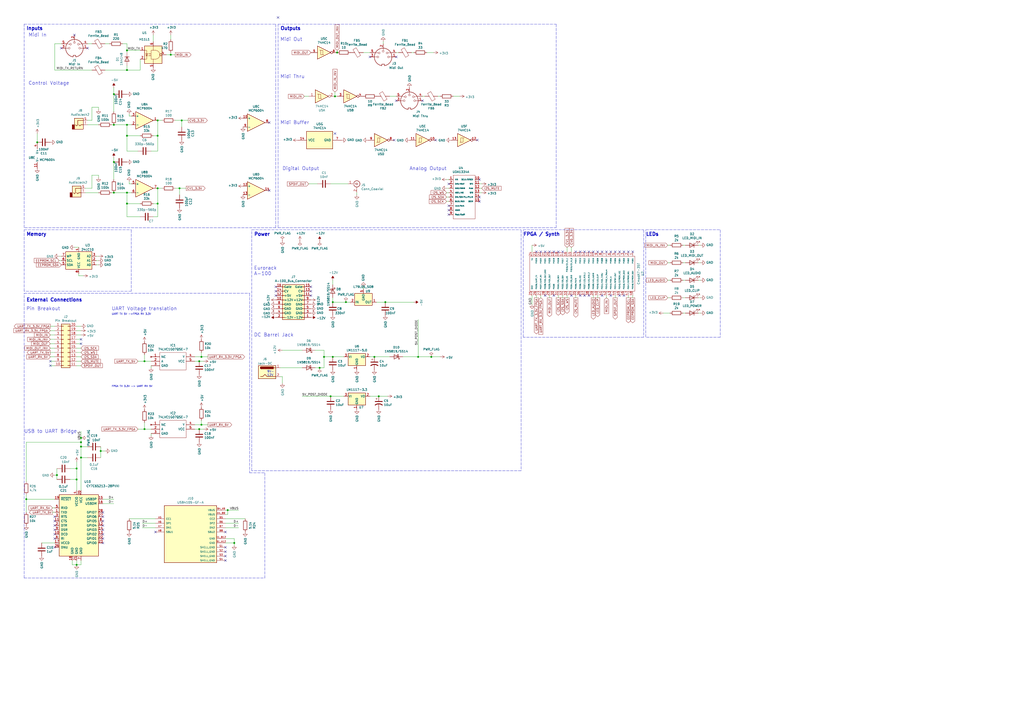
<source format=kicad_sch>
(kicad_sch (version 20211123) (generator eeschema)
  (paper "A2")
  (title_block (title "xfm2/xva1 extended pcb") (date "2022-03-06") (rev "1.40"))
  (junction (at 44.45 327.66))
  (junction (at 200.66 175.26))
  (junction (at 115.57 248.92))
  (junction (at 132.08 295.91))
  (junction (at 115.57 209.55))
  (junction (at 99.06 31.75))
  (junction (at 104.14 109.22))
  (junction (at 91.44 118.11))
  (junction (at 83.82 248.92))
  (junction (at 66.04 72.39))
  (junction (at 73.66 72.39))
  (junction (at 187.96 207.01))
  (junction (at 46.99 254))
  (junction (at 135.89 314.96))
  (junction (at 73.66 29.21))
  (junction (at 91.44 69.85))
  (junction (at 223.52 175.26))
  (junction (at 191.77 229.87))
  (junction (at 66.04 111.76))
  (junction (at 58.42 261.62))
  (junction (at 185.42 213.36))
  (junction (at 73.66 118.11))
  (junction (at 44.45 278.13))
  (junction (at 33.02 275.59))
  (junction (at 91.44 109.22))
  (junction (at 193.04 175.26))
  (junction (at 250.19 207.01))
  (junction (at 193.04 207.01))
  (junction (at 91.44 78.74))
  (junction (at 116.84 207.01))
  (junction (at 194.31 55.88))
  (junction (at 105.41 69.85))
  (junction (at 219.71 229.87))
  (junction (at 242.57 207.01))
  (junction (at 15.24 289.56))
  (junction (at 21.59 82.55))
  (junction (at 195.58 30.48))
  (junction (at 83.82 209.55))
  (junction (at 73.66 111.76))
  (junction (at 66.04 93.98))
  (junction (at 46.99 259.08))
  (junction (at 73.66 78.74))
  (junction (at 46.99 265.43))
  (junction (at 217.17 207.01))
  (junction (at 46.99 256.54))
  (junction (at 66.04 54.61))
  (junction (at 44.45 271.78))
  (junction (at 116.84 246.38))
  (junction (at 73.66 40.64))
  (no_connect (at 354.33 146.05))
  (no_connect (at 334.01 146.05))
  (no_connect (at 31.75 299.72))
  (no_connect (at 59.69 312.42))
  (no_connect (at 278.13 104.14))
  (no_connect (at 260.35 121.92))
  (no_connect (at 31.75 307.34))
  (no_connect (at 31.75 312.42))
  (no_connect (at 180.34 166.37))
  (no_connect (at 359.41 146.05))
  (no_connect (at 336.55 146.05))
  (no_connect (at 156.21 71.12))
  (no_connect (at 349.25 171.45))
  (no_connect (at 344.17 146.05))
  (no_connect (at 59.69 299.72))
  (no_connect (at 50.8 27.94))
  (no_connect (at 29.21 212.09))
  (no_connect (at 361.95 171.45))
  (no_connect (at 59.69 309.88))
  (no_connect (at 130.81 322.58))
  (no_connect (at 90.17 308.61))
  (no_connect (at 316.23 171.45))
  (no_connect (at 278.13 114.3))
  (no_connect (at 346.71 146.05))
  (no_connect (at 339.09 171.45))
  (no_connect (at 59.69 304.8))
  (no_connect (at 31.75 302.26))
  (no_connect (at 46.99 199.39))
  (no_connect (at 364.49 146.05))
  (no_connect (at 31.75 317.5))
  (no_connect (at 156.21 110.49))
  (no_connect (at 130.81 320.04))
  (no_connect (at 194.31 77.47))
  (no_connect (at 321.31 171.45))
  (no_connect (at 130.81 317.5))
  (no_connect (at 313.69 146.05))
  (no_connect (at 354.33 171.45))
  (no_connect (at 46.99 196.85))
  (no_connect (at 29.21 209.55))
  (no_connect (at 59.69 297.18))
  (no_connect (at 160.02 166.37))
  (no_connect (at 229.87 33.02))
  (no_connect (at 367.03 146.05))
  (no_connect (at 359.41 171.45))
  (no_connect (at 323.85 146.05))
  (no_connect (at 180.34 171.45))
  (no_connect (at 59.69 307.34))
  (no_connect (at 214.63 33.02))
  (no_connect (at 160.02 168.91))
  (no_connect (at 35.56 27.94))
  (no_connect (at 349.25 146.05))
  (no_connect (at 180.34 168.91))
  (no_connect (at 31.75 304.8))
  (no_connect (at 130.81 325.12))
  (no_connect (at 318.77 146.05))
  (no_connect (at 278.13 116.84))
  (no_connect (at 326.39 146.05))
  (no_connect (at 331.47 171.45))
  (no_connect (at 341.63 146.05))
  (no_connect (at 161.29 10.16))
  (no_connect (at 311.15 146.05))
  (no_connect (at 351.79 146.05))
  (no_connect (at 260.35 106.68))
  (no_connect (at 228.6 81.28))
  (no_connect (at 252.73 81.28))
  (no_connect (at 336.55 171.45))
  (no_connect (at 316.23 146.05))
  (no_connect (at 260.35 124.46))
  (no_connect (at 339.09 146.05))
  (no_connect (at 43.18 20.32))
  (no_connect (at 341.63 171.45))
  (no_connect (at 130.81 308.61))
  (no_connect (at 31.75 309.88))
  (no_connect (at 59.69 314.96))
  (no_connect (at 361.95 146.05))
  (no_connect (at 260.35 119.38))
  (no_connect (at 160.02 171.45))
  (no_connect (at 276.86 81.28))
  (no_connect (at 321.31 146.05))
  (no_connect (at 59.69 302.26))
  (no_connect (at 229.87 58.42))
  (no_connect (at 245.11 58.42))
  (no_connect (at 356.87 146.05))
  (wire (pts (xy 73.66 111.76) (xy 76.2 111.76)))
  (wire (pts (xy 242.57 207.01) (xy 250.19 207.01)))
  (wire (pts (xy 58.42 261.62) (xy 58.42 259.08)))
  (wire (pts (xy 187.96 207.01) (xy 193.04 207.01)))
  (wire (pts (xy 82.55 303.53) (xy 90.17 303.53)))
  (wire (pts (xy 163.83 218.44) (xy 163.83 222.25)))
  (wire (pts (xy 162.56 213.36) (xy 175.26 213.36)))
  (polyline (pts (xy 13.97 170.18) (xy 144.78 170.18)))
  (wire (pts (xy 387.35 162.56) (xy 388.62 162.56)))
  (wire (pts (xy 41.91 325.12) (xy 41.91 327.66)))
  (wire (pts (xy 33.02 275.59) (xy 33.02 278.13)))
  (wire (pts (xy 245.11 55.88) (xy 246.38 55.88)))
  (wire (pts (xy 31.75 194.31) (xy 29.21 194.31)))
  (wire (pts (xy 49.53 111.76) (xy 57.15 111.76)))
  (wire (pts (xy 142.24 300.99) (xy 130.81 300.99)))
  (wire (pts (xy 331.47 143.51) (xy 331.47 146.05)))
  (wire (pts (xy 162.56 218.44) (xy 163.83 218.44)))
  (wire (pts (xy 242.57 207.01) (xy 242.57 185.42)))
  (polyline (pts (xy 161.29 13.97) (xy 322.58 13.97)))
  (polyline (pts (xy 76.2 168.91) (xy 13.97 168.91)))
  (polyline (pts (xy 13.97 132.08) (xy 13.97 13.97)))
  (wire (pts (xy 195.58 29.21) (xy 195.58 30.48)))
  (wire (pts (xy 45.72 143.51) (xy 43.18 143.51)))
  (wire (pts (xy 182.88 203.2) (xy 187.96 203.2)))
  (wire (pts (xy 46.99 325.12) (xy 46.99 327.66)))
  (wire (pts (xy 31.75 297.18) (xy 30.48 297.18)))
  (wire (pts (xy 29.21 204.47) (xy 31.75 204.47)))
  (wire (pts (xy 260.35 111.76) (xy 259.08 111.76)))
  (wire (pts (xy 82.55 306.07) (xy 90.17 306.07)))
  (wire (pts (xy 130.81 298.45) (xy 132.08 298.45)))
  (wire (pts (xy 55.88 153.67) (xy 57.15 153.67)))
  (wire (pts (xy 90.17 300.99) (xy 74.93 300.99)))
  (polyline (pts (xy 161.29 132.08) (xy 322.58 132.08)))
  (wire (pts (xy 60.96 25.4) (xy 63.5 25.4)))
  (wire (pts (xy 57.15 101.6) (xy 57.15 102.87)))
  (wire (pts (xy 387.35 172.72) (xy 388.62 172.72)))
  (wire (pts (xy 346.71 171.45) (xy 346.71 172.72)))
  (wire (pts (xy 194.31 55.88) (xy 195.58 55.88)))
  (wire (pts (xy 44.45 212.09) (xy 46.99 212.09)))
  (wire (pts (xy 214.63 30.48) (xy 210.82 30.48)))
  (wire (pts (xy 83.82 209.55) (xy 87.63 209.55)))
  (wire (pts (xy 116.84 243.84) (xy 116.84 246.38)))
  (wire (pts (xy 81.28 40.64) (xy 81.28 34.29)))
  (wire (pts (xy 218.44 175.26) (xy 223.52 175.26)))
  (wire (pts (xy 73.66 38.1) (xy 73.66 40.64)))
  (wire (pts (xy 31.75 207.01) (xy 29.21 207.01)))
  (wire (pts (xy 44.45 189.23) (xy 46.99 189.23)))
  (wire (pts (xy 191.77 229.87) (xy 199.39 229.87)))
  (wire (pts (xy 396.24 162.56) (xy 397.51 162.56)))
  (wire (pts (xy 91.44 125.73) (xy 91.44 118.11)))
  (wire (pts (xy 113.03 248.92) (xy 115.57 248.92)))
  (polyline (pts (xy 146.05 273.05) (xy 146.05 133.35)))
  (wire (pts (xy 214.63 229.87) (xy 219.71 229.87)))
  (wire (pts (xy 64.77 72.39) (xy 66.04 72.39)))
  (wire (pts (xy 87.63 212.09) (xy 87.63 213.36)))
  (wire (pts (xy 262.89 55.88) (xy 266.7 55.88)))
  (wire (pts (xy 15.24 256.54) (xy 15.24 279.4)))
  (wire (pts (xy 66.04 54.61) (xy 66.04 64.77)))
  (polyline (pts (xy 13.97 168.91) (xy 13.97 133.35)))
  (wire (pts (xy 405.13 172.72) (xy 406.4 172.72)))
  (wire (pts (xy 64.77 111.76) (xy 66.04 111.76)))
  (wire (pts (xy 387.35 152.4) (xy 388.62 152.4)))
  (wire (pts (xy 15.24 287.02) (xy 15.24 289.56)))
  (wire (pts (xy 214.63 207.01) (xy 217.17 207.01)))
  (wire (pts (xy 99.06 31.75) (xy 101.6 31.75)))
  (wire (pts (xy 250.19 207.01) (xy 255.27 207.01)))
  (polyline (pts (xy 417.83 195.58) (xy 374.65 195.58)))
  (wire (pts (xy 105.41 73.66) (xy 105.41 69.85)))
  (wire (pts (xy 46.99 265.43) (xy 46.99 284.48)))
  (wire (pts (xy 318.77 171.45) (xy 318.77 172.72)))
  (wire (pts (xy 135.89 314.96) (xy 135.89 316.23)))
  (polyline (pts (xy 417.83 133.35) (xy 417.83 195.58)))
  (wire (pts (xy 88.9 20.32) (xy 88.9 24.13)))
  (wire (pts (xy 73.66 111.76) (xy 73.66 118.11)))
  (polyline (pts (xy 144.78 274.32) (xy 153.67 274.32)))
  (wire (pts (xy 29.21 196.85) (xy 31.75 196.85)))
  (wire (pts (xy 185.42 213.36) (xy 187.96 213.36)))
  (wire (pts (xy 130.81 306.07) (xy 138.43 306.07)))
  (wire (pts (xy 73.66 40.64) (xy 81.28 40.64)))
  (wire (pts (xy 15.24 289.56) (xy 15.24 297.18)))
  (polyline (pts (xy 303.53 133.35) (xy 373.38 133.35)))
  (wire (pts (xy 311.15 171.45) (xy 311.15 172.72)))
  (wire (pts (xy 73.66 30.48) (xy 73.66 29.21)))
  (wire (pts (xy 176.53 55.88) (xy 179.07 55.88)))
  (wire (pts (xy 73.66 29.21) (xy 81.28 29.21)))
  (wire (pts (xy 91.44 87.63) (xy 91.44 78.74)))
  (wire (pts (xy 116.84 246.38) (xy 120.65 246.38)))
  (wire (pts (xy 187.96 213.36) (xy 187.96 207.01)))
  (wire (pts (xy 88.9 125.73) (xy 91.44 125.73)))
  (wire (pts (xy 50.8 259.08) (xy 46.99 259.08)))
  (wire (pts (xy 59.69 292.1) (xy 66.04 292.1)))
  (wire (pts (xy 44.45 191.77) (xy 46.99 191.77)))
  (wire (pts (xy 328.93 143.51) (xy 328.93 146.05)))
  (wire (pts (xy 46.99 256.54) (xy 46.99 259.08)))
  (wire (pts (xy 193.04 175.26) (xy 200.66 175.26)))
  (wire (pts (xy 50.8 72.39) (xy 57.15 72.39)))
  (wire (pts (xy 231.14 30.48) (xy 229.87 30.48)))
  (wire (pts (xy 130.81 295.91) (xy 132.08 295.91)))
  (wire (pts (xy 104.14 109.22) (xy 107.95 109.22)))
  (wire (pts (xy 44.45 201.93) (xy 46.99 201.93)))
  (wire (pts (xy 35.56 25.4) (xy 31.75 25.4)))
  (wire (pts (xy 99.06 31.75) (xy 99.06 30.48)))
  (wire (pts (xy 116.84 207.01) (xy 120.65 207.01)))
  (wire (pts (xy 44.45 207.01) (xy 46.99 207.01)))
  (wire (pts (xy 334.01 172.72) (xy 334.01 171.45)))
  (wire (pts (xy 44.45 196.85) (xy 46.99 196.85)))
  (wire (pts (xy 66.04 111.76) (xy 73.66 111.76)))
  (wire (pts (xy 44.45 278.13) (xy 44.45 271.78)))
  (wire (pts (xy 217.17 207.01) (xy 226.06 207.01)))
  (polyline (pts (xy 76.2 133.35) (xy 76.2 168.91)))
  (wire (pts (xy 259.08 116.84) (xy 260.35 116.84)))
  (wire (pts (xy 15.24 289.56) (xy 31.75 289.56)))
  (polyline (pts (xy 13.97 335.28) (xy 153.67 335.28)))
  (wire (pts (xy 50.8 265.43) (xy 46.99 265.43)))
  (wire (pts (xy 57.15 62.23) (xy 57.15 63.5)))
  (wire (pts (xy 76.2 106.68) (xy 74.93 106.68)))
  (polyline (pts (xy 13.97 133.35) (xy 76.2 133.35)))
  (wire (pts (xy 88.9 78.74) (xy 91.44 78.74)))
  (wire (pts (xy 223.52 175.26) (xy 240.03 175.26)))
  (wire (pts (xy 46.99 250.19) (xy 46.99 254)))
  (wire (pts (xy 53.34 101.6) (xy 57.15 101.6)))
  (wire (pts (xy 105.41 69.85) (xy 109.22 69.85)))
  (wire (pts (xy 344.17 171.45) (xy 344.17 172.72)))
  (wire (pts (xy 405.13 152.4) (xy 406.4 152.4)))
  (polyline (pts (xy 373.38 195.58) (xy 303.53 195.58)))
  (wire (pts (xy 193.04 172.72) (xy 193.04 175.26)))
  (wire (pts (xy 130.81 312.42) (xy 135.89 312.42)))
  (wire (pts (xy 73.66 72.39) (xy 73.66 78.74)))
  (wire (pts (xy 31.75 294.64) (xy 30.48 294.64)))
  (wire (pts (xy 83.82 248.92) (xy 87.63 248.92)))
  (wire (pts (xy 29.21 189.23) (xy 31.75 189.23)))
  (wire (pts (xy 46.99 254) (xy 46.99 256.54)))
  (wire (pts (xy 45.72 158.75) (xy 45.72 160.02)))
  (wire (pts (xy 356.87 171.45) (xy 356.87 172.72)))
  (polyline (pts (xy 302.26 133.35) (xy 302.26 273.05)))
  (wire (pts (xy 351.79 171.45) (xy 351.79 172.72)))
  (wire (pts (xy 278.13 109.22) (xy 279.4 109.22)))
  (wire (pts (xy 116.84 204.47) (xy 116.84 207.01)))
  (wire (pts (xy 31.75 212.09) (xy 29.21 212.09)))
  (wire (pts (xy 80.01 209.55) (xy 83.82 209.55)))
  (wire (pts (xy 66.04 93.98) (xy 66.04 104.14)))
  (wire (pts (xy 34.29 148.59) (xy 35.56 148.59)))
  (wire (pts (xy 179.07 106.68) (xy 184.15 106.68)))
  (polyline (pts (xy 161.29 132.08) (xy 161.29 13.97)))
  (wire (pts (xy 207.01 111.76) (xy 207.01 113.03)))
  (wire (pts (xy 46.99 327.66) (xy 44.45 327.66)))
  (wire (pts (xy 53.34 109.22) (xy 53.34 101.6)))
  (wire (pts (xy 405.13 142.24) (xy 406.4 142.24)))
  (wire (pts (xy 58.42 265.43) (xy 58.42 261.62)))
  (wire (pts (xy 91.44 118.11) (xy 91.44 109.22)))
  (wire (pts (xy 182.88 213.36) (xy 185.42 213.36)))
  (polyline (pts (xy 303.53 195.58) (xy 303.53 133.35)))
  (wire (pts (xy 396.24 142.24) (xy 397.51 142.24)))
  (wire (pts (xy 44.45 271.78) (xy 44.45 267.97)))
  (wire (pts (xy 71.12 25.4) (xy 73.66 25.4)))
  (wire (pts (xy 44.45 194.31) (xy 46.99 194.31)))
  (wire (pts (xy 40.64 271.78) (xy 44.45 271.78)))
  (wire (pts (xy 83.82 205.74) (xy 83.82 209.55)))
  (polyline (pts (xy 160.02 132.08) (xy 13.97 132.08)))
  (wire (pts (xy 132.08 298.45) (xy 132.08 295.91)))
  (polyline (pts (xy 146.05 133.35) (xy 302.26 133.35)))
  (polyline (pts (xy 373.38 133.35) (xy 373.38 195.58)))
  (wire (pts (xy 240.03 30.48) (xy 238.76 30.48)))
  (polyline (pts (xy 144.78 170.18) (xy 144.78 274.32)))
  (wire (pts (xy 76.2 67.31) (xy 74.93 67.31)))
  (wire (pts (xy 308.61 146.05) (xy 308.61 142.24)))
  (wire (pts (xy 259.08 104.14) (xy 260.35 104.14)))
  (polyline (pts (xy 322.58 13.97) (xy 322.58 132.08)))
  (wire (pts (xy 191.77 106.68) (xy 201.93 106.68)))
  (wire (pts (xy 87.63 251.46) (xy 87.63 252.73)))
  (wire (pts (xy 387.35 142.24) (xy 388.62 142.24)))
  (wire (pts (xy 31.75 209.55) (xy 29.21 209.55)))
  (wire (pts (xy 200.66 175.26) (xy 203.2 175.26)))
  (wire (pts (xy 187.96 203.2) (xy 187.96 207.01)))
  (wire (pts (xy 259.08 109.22) (xy 260.35 109.22)))
  (wire (pts (xy 31.75 40.64) (xy 53.34 40.64)))
  (wire (pts (xy 50.8 69.85) (xy 53.34 69.85)))
  (wire (pts (xy 44.45 278.13) (xy 44.45 284.48)))
  (polyline (pts (xy 374.65 195.58) (xy 374.65 133.35)))
  (wire (pts (xy 115.57 248.92) (xy 118.11 248.92)))
  (wire (pts (xy 66.04 91.44) (xy 66.04 93.98)))
  (wire (pts (xy 91.44 78.74) (xy 91.44 69.85)))
  (wire (pts (xy 396.24 172.72) (xy 397.51 172.72)))
  (wire (pts (xy 44.45 199.39) (xy 46.99 199.39)))
  (wire (pts (xy 73.66 72.39) (xy 76.2 72.39)))
  (wire (pts (xy 130.81 314.96) (xy 135.89 314.96)))
  (wire (pts (xy 31.75 314.96) (xy 24.13 314.96)))
  (wire (pts (xy 251.46 30.48) (xy 247.65 30.48)))
  (wire (pts (xy 87.63 87.63) (xy 91.44 87.63)))
  (wire (pts (xy 260.35 114.3) (xy 259.08 114.3)))
  (wire (pts (xy 46.99 259.08) (xy 46.99 265.43)))
  (polyline (pts (xy 153.67 274.32) (xy 153.67 335.28)))
  (wire (pts (xy 53.34 62.23) (xy 57.15 62.23)))
  (wire (pts (xy 279.4 111.76) (xy 278.13 111.76)))
  (wire (pts (xy 396.24 181.61) (xy 397.51 181.61)))
  (wire (pts (xy 83.82 245.11) (xy 83.82 248.92)))
  (wire (pts (xy 91.44 109.22) (xy 93.98 109.22)))
  (wire (pts (xy 73.66 118.11) (xy 73.66 125.73)))
  (wire (pts (xy 88.9 118.11) (xy 91.44 118.11)))
  (wire (pts (xy 226.06 55.88) (xy 229.87 55.88)))
  (wire (pts (xy 194.31 55.88) (xy 194.31 53.34)))
  (wire (pts (xy 80.01 248.92) (xy 83.82 248.92)))
  (wire (pts (xy 21.59 77.47) (xy 21.59 82.55)))
  (wire (pts (xy 193.04 207.01) (xy 199.39 207.01)))
  (wire (pts (xy 73.66 78.74) (xy 81.28 78.74)))
  (wire (pts (xy 96.52 31.75) (xy 99.06 31.75)))
  (wire (pts (xy 132.08 295.91) (xy 138.43 295.91)))
  (wire (pts (xy 74.93 106.68) (xy 74.93 105.41)))
  (wire (pts (xy 59.69 289.56) (xy 66.04 289.56)))
  (wire (pts (xy 99.06 20.32) (xy 99.06 22.86)))
  (polyline (pts (xy 374.65 133.35) (xy 417.83 133.35)))
  (wire (pts (xy 46.99 256.54) (xy 15.24 256.54)))
  (polyline (pts (xy 160.02 13.97) (xy 160.02 132.08)))
  (wire (pts (xy 73.66 125.73) (xy 81.28 125.73)))
  (wire (pts (xy 326.39 172.72) (xy 326.39 171.45)))
  (wire (pts (xy 29.21 199.39) (xy 31.75 199.39)))
  (wire (pts (xy 135.89 312.42) (xy 135.89 314.96)))
  (polyline (pts (xy 13.97 335.28) (xy 13.97 170.18)))
  (wire (pts (xy 222.25 25.4) (xy 222.25 24.13)))
  (wire (pts (xy 308.61 171.45) (xy 308.61 176.53)))
  (polyline (pts (xy 302.26 273.05) (xy 146.05 273.05)))
  (wire (pts (xy 40.64 278.13) (xy 44.45 278.13)))
  (wire (pts (xy 29.21 201.93) (xy 31.75 201.93)))
  (wire (pts (xy 254 55.88) (xy 255.27 55.88)))
  (wire (pts (xy 115.57 209.55) (xy 118.11 209.55)))
  (wire (pts (xy 66.04 72.39) (xy 73.66 72.39)))
  (wire (pts (xy 323.85 171.45) (xy 323.85 172.72)))
  (wire (pts (xy 66.04 50.8) (xy 66.04 54.61)))
  (wire (pts (xy 44.45 325.12) (xy 44.45 327.66)))
  (polyline (pts (xy 13.97 13.97) (xy 160.02 13.97)))
  (wire (pts (xy 58.42 261.62) (xy 60.96 261.62)))
  (wire (pts (xy 193.04 162.56) (xy 193.04 165.1)))
  (wire (pts (xy 91.44 69.85) (xy 93.98 69.85)))
  (wire (pts (xy 73.66 25.4) (xy 73.66 29.21)))
  (wire (pts (xy 44.45 209.55) (xy 46.99 209.55)))
  (wire (pts (xy 101.6 69.85) (xy 105.41 69.85)))
  (wire (pts (xy 163.83 203.2) (xy 175.26 203.2)))
  (wire (pts (xy 57.15 148.59) (xy 55.88 148.59)))
  (wire (pts (xy 53.34 69.85) (xy 53.34 62.23)))
  (wire (pts (xy 279.4 106.68) (xy 278.13 106.68)))
  (wire (pts (xy 328.93 172.72) (xy 328.93 171.45)))
  (wire (pts (xy 113.03 246.38) (xy 116.84 246.38)))
  (wire (pts (xy 313.69 171.45) (xy 313.69 172.72)))
  (wire (pts (xy 49.53 109.22) (xy 53.34 109.22)))
  (wire (pts (xy 45.72 160.02) (xy 48.26 160.02)))
  (wire (pts (xy 405.13 162.56) (xy 406.4 162.56)))
  (wire (pts (xy 55.88 151.13) (xy 57.15 151.13)))
  (wire (pts (xy 50.8 25.4) (xy 53.34 25.4)))
  (wire (pts (xy 175.26 229.87) (xy 191.77 229.87)))
  (wire (pts (xy 73.66 78.74) (xy 73.66 87.63)))
  (wire (pts (xy 210.82 167.64) (xy 210.82 166.37)))
  (wire (pts (xy 41.91 327.66) (xy 44.45 327.66)))
  (wire (pts (xy 233.68 207.01) (xy 242.57 207.01)))
  (wire (pts (xy 130.81 303.53) (xy 138.43 303.53)))
  (wire (pts (xy 396.24 152.4) (xy 397.51 152.4)))
  (wire (pts (xy 74.93 67.31) (xy 74.93 66.04)))
  (wire (pts (xy 73.66 87.63) (xy 80.01 87.63)))
  (wire (pts (xy 73.66 118.11) (xy 81.28 118.11)))
  (wire (pts (xy 101.6 109.22) (xy 104.14 109.22)))
  (wire (pts (xy 113.03 207.01) (xy 116.84 207.01)))
  (wire (pts (xy 384.81 181.61) (xy 388.62 181.61)))
  (wire (pts (xy 367.03 171.45) (xy 367.03 172.72)))
  (wire (pts (xy 31.75 25.4) (xy 31.75 40.64)))
  (wire (pts (xy 104.14 113.03) (xy 104.14 109.22)))
  (wire (pts (xy 34.29 151.13) (xy 35.56 151.13)))
  (wire (pts (xy 364.49 171.45) (xy 364.49 172.72)))
  (wire (pts (xy 44.45 204.47) (xy 46.99 204.47)))
  (wire (pts (xy 60.96 40.64) (xy 73.66 40.64)))
  (wire (pts (xy 219.71 229.87) (xy 224.79 229.87)))
  (wire (pts (xy 33.02 271.78) (xy 33.02 275.59)))
  (wire (pts (xy 113.03 209.55) (xy 115.57 209.55)))
  (wire (pts (xy 31.75 191.77) (xy 29.21 191.77)))
  (wire (pts (xy 31.75 275.59) (xy 33.02 275.59)))
  (wire (pts (xy 405.13 181.61) (xy 406.4 181.61)))
  (text "Inputs" (at 15.24 17.78 0) (effects (font (size 2.0066 2.0066) (thickness 0.4013) bold) (justify left bottom)))
  (text "FPGA / Synth" (at 303.53 137.16 0) (effects (font (size 2.0066 2.0066) (thickness 0.4013) bold) (justify left bottom)))
  (text "DC Barrel Jack" (at 147.32 195.58 0) (effects (font (size 2.0066 2.0066)) (justify left bottom)))
  (text "External Connections" (at 15.24 175.26 0) (effects (font (size 2.0066 2.0066) (thickness 0.4013) bold) (justify left bottom)))
  (text "Outputs" (at 162.56 17.78 0) (effects (font (size 2.0066 2.0066) (thickness 0.4013) bold) (justify left bottom)))
  (text "Eurorack\nA-100" (at 147.32 160.02 0) (effects (font (size 2.0066 2.0066)) (justify left bottom)))
  (text "UART TX 5V ->FPGA RX 3.3V" (at 64.77 182.88 0) (effects (font (size 1.016 1.016)) (justify left bottom)))
  (text "Midi Out" (at 162.56 24.13 0) (effects (font (size 2.0066 2.0066)) (justify left bottom)))
  (text "9V-\n12V" (at 154.94 218.44 0) (effects (font (size 1.27 1.27)) (justify left bottom)))
  (text "Digital Output" (at 163.83 99.06 0) (effects (font (size 2.0066 2.0066)) (justify left bottom)))
  (text "Control Voltage" (at 16.51 49.53 0) (effects (font (size 2.0066 2.0066)) (justify left bottom)))
  (text "Midi Thru" (at 162.56 45.72 0) (effects (font (size 2.0066 2.0066)) (justify left bottom)))
  (text "Power" (at 147.32 137.16 0) (effects (font (size 2.0066 2.0066) (thickness 0.4013) bold) (justify left bottom)))
  (text "LEDs" (at 374.65 137.16 0) (effects (font (size 2.0066 2.0066) (thickness 0.4013) bold) (justify left bottom)))
  (text "Pin Breakout" (at 15.24 180.34 0) (effects (font (size 2.0066 2.0066)) (justify left bottom)))
  (text "Midi Buffer" (at 162.56 72.39 0) (effects (font (size 2.0066 2.0066)) (justify left bottom)))
  (text "USB to UART Bridge" (at 13.97 251.46 0) (effects (font (size 2.0066 2.0066)) (justify left bottom)))
  (text "Memory" (at 15.24 137.16 0) (effects (font (size 2.0066 2.0066) (thickness 0.4013) bold) (justify left bottom)))
  (text "FPGA TX 3.3V -> UART RX 5V" (at 64.77 224.79 0) (effects (font (size 1.016 1.016)) (justify left bottom)))
  (text "Midi In" (at 16.51 21.59 0) (effects (font (size 2.0066 2.0066)) (justify left bottom)))
  (text "Analog Output" (at 237.49 99.06 0) (effects (font (size 2.0066 2.0066)) (justify left bottom)))
  (text "UART Voltage translation" (at 64.77 180.34 0) (effects (font (size 2.0066 2.0066)) (justify left bottom)))
  (label "MIDI_TX_RETURN" (at 48.26 40.64 180))
  (label "D+" (at 66.04 289.56 180))
  (label "D+" (at 82.55 303.53 0))
  (label "D-" (at 66.04 292.1 180))
  (label "5V_POST_DIODE" (at 175.26 229.87 0))
  (label "MIDI_TX" (at 81.28 29.21 180))
  (label "D+" (at 138.43 303.53 180))
  (label "D-" (at 82.55 306.07 0))
  (label "5V_POST_DIODE" (at 242.57 185.42 270))
  (label "VBUS" (at 138.43 295.91 180))
  (label "VBUS" (at 46.99 250.19 270))
  (label "GND" (at 308.61 172.72 270))
  (label "D-" (at 138.43 306.07 180))
  (global_label "SPDIF_OUT" (shape input) (at 179.07 106.68 180) (property "Intersheet References" "${INTERSHEET_REFS}" (effects hide)))
  (global_label "MIDI_OUT_INV" (shape input) (at 29.21 201.93 180) (property "Intersheet References" "${INTERSHEET_REFS}" (effects hide)))
  (global_label "I2S_WS" (shape input) (at 46.99 204.47 0) (property "Intersheet References" "${INTERSHEET_REFS}" (effects hide)))
  (global_label "EEPROM_SCL" (shape output) (at 364.49 172.72 270) (property "Intersheet References" "${INTERSHEET_REFS}" (effects hide)))
  (global_label "I2S_SDA" (shape input) (at 46.99 207.01 0) (property "Intersheet References" "${INTERSHEET_REFS}" (effects hide)))
  (global_label "EEPROM_SDA" (shape output) (at 367.03 172.72 270) (property "Intersheet References" "${INTERSHEET_REFS}" (effects hide)))
  (global_label "UART_RX_5V" (shape input) (at 30.48 294.64 180) (property "Intersheet References" "${INTERSHEET_REFS}" (effects hide)))
  (global_label "UART_RX_5V" (shape input) (at 29.21 207.01 180) (property "Intersheet References" "${INTERSHEET_REFS}" (effects hide)))
  (global_label "CV0_3.3V" (shape output) (at 109.22 69.85 0) (property "Intersheet References" "${INTERSHEET_REFS}" (effects hide)))
  (global_label "I2S_MUTE" (shape output) (at 334.01 172.72 270) (property "Intersheet References" "${INTERSHEET_REFS}" (effects hide)))
  (global_label "MIDI_IN_INV" (shape input) (at 387.35 142.24 180) (property "Intersheet References" "${INTERSHEET_REFS}" (effects hide)))
  (global_label "UART_TX_5V" (shape output) (at 30.48 297.18 180) (property "Intersheet References" "${INTERSHEET_REFS}" (effects hide)))
  (global_label "UART_TX_3.3V_FPGA" (shape input) (at 80.01 248.92 180) (property "Intersheet References" "${INTERSHEET_REFS}" (effects hide)))
  (global_label "CV0_3.3V" (shape input) (at 331.47 143.51 90) (property "Intersheet References" "${INTERSHEET_REFS}" (effects hide)))
  (global_label "UART_TX_5V" (shape input) (at 80.01 209.55 180) (property "Intersheet References" "${INTERSHEET_REFS}" (effects hide)))
  (global_label "LED_AUDIO" (shape input) (at 387.35 162.56 180) (property "Intersheet References" "${INTERSHEET_REFS}" (effects hide)))
  (global_label "UART_RX_3.3V_FPGA" (shape output) (at 120.65 207.01 0) (property "Intersheet References" "${INTERSHEET_REFS}" (effects hide)))
  (global_label "I2S_SCK" (shape input) (at 259.08 116.84 180) (property "Intersheet References" "${INTERSHEET_REFS}" (effects hide)))
  (global_label "SPDIF_OUT" (shape input) (at 46.99 212.09 0) (property "Intersheet References" "${INTERSHEET_REFS}" (effects hide)))
  (global_label "LED_CLIP" (shape input) (at 387.35 172.72 180) (property "Intersheet References" "${INTERSHEET_REFS}" (effects hide)))
  (global_label "I2S_SCK" (shape output) (at 323.85 172.72 270) (property "Intersheet References" "${INTERSHEET_REFS}" (effects hide)))
  (global_label "UART_RX_3.3V_FPGA" (shape input) (at 313.69 172.72 270) (property "Intersheet References" "${INTERSHEET_REFS}" (effects hide)))
  (global_label "CV1_3.3V" (shape input) (at 328.93 143.51 90) (property "Intersheet References" "${INTERSHEET_REFS}" (effects hide)))
  (global_label "I2S_WS" (shape output) (at 328.93 172.72 270) (property "Intersheet References" "${INTERSHEET_REFS}" (effects hide)))
  (global_label "MIDI_IN_INV" (shape input) (at 194.31 53.34 90) (property "Intersheet References" "${INTERSHEET_REFS}" (effects hide)))
  (global_label "MIDI_OUT" (shape output) (at 318.77 172.72 270) (property "Intersheet References" "${INTERSHEET_REFS}" (effects hide)))
  (global_label "EEPROM_SDA" (shape input) (at 35.56 153.67 180) (property "Intersheet References" "${INTERSHEET_REFS}" (effects hide)))
  (global_label "CV1_3.3V" (shape output) (at 107.95 109.22 0) (property "Intersheet References" "${INTERSHEET_REFS}" (effects hide)))
  (global_label "UART_TX_3.3V_FPGA" (shape output) (at 311.15 172.72 270) (property "Intersheet References" "${INTERSHEET_REFS}" (effects hide)))
  (global_label "MIDI_IN" (shape input) (at 176.53 55.88 180) (property "Intersheet References" "${INTERSHEET_REFS}" (effects hide)))
  (global_label "UART_TX_3.3V_FPGA" (shape output) (at 29.21 189.23 180) (property "Intersheet References" "${INTERSHEET_REFS}" (effects hide)))
  (global_label "EEPROM_SCL" (shape input) (at 34.29 151.13 180) (property "Intersheet References" "${INTERSHEET_REFS}" (effects hide)))
  (global_label "MIDI_OUT" (shape input) (at 180.34 30.48 180) (property "Intersheet References" "${INTERSHEET_REFS}" (effects hide)))
  (global_label "MIDI_IN" (shape input) (at 29.21 194.31 180) (property "Intersheet References" "${INTERSHEET_REFS}" (effects hide)))
  (global_label "UART_RX_3.3V_FPGA" (shape input) (at 29.21 191.77 180) (property "Intersheet References" "${INTERSHEET_REFS}" (effects hide)))
  (global_label "I2S_MUTE" (shape input) (at 46.99 209.55 0) (property "Intersheet References" "${INTERSHEET_REFS}" (effects hide)))
  (global_label "I2S_WS" (shape input) (at 259.08 111.76 180) (property "Intersheet References" "${INTERSHEET_REFS}" (effects hide)))
  (global_label "SPDIF_OUT" (shape output) (at 356.87 172.72 270) (property "Intersheet References" "${INTERSHEET_REFS}" (effects hide)))
  (global_label "MIDI_OUT" (shape input) (at 29.21 199.39 180) (property "Intersheet References" "${INTERSHEET_REFS}" (effects hide)))
  (global_label "MIDI_IN" (shape input) (at 351.79 172.72 270) (property "Intersheet References" "${INTERSHEET_REFS}" (effects hide)))
  (global_label "I2S_MUTE" (shape input) (at 279.4 109.22 0) (property "Intersheet References" "${INTERSHEET_REFS}" (effects hide)))
  (global_label "MIDI_IN_INV" (shape input) (at 29.21 196.85 180) (property "Intersheet References" "${INTERSHEET_REFS}" (effects hide)))
  (global_label "MIDI_OUT_INV" (shape input) (at 195.58 29.21 90) (property "Intersheet References" "${INTERSHEET_REFS}" (effects hide)))
  (global_label "I2S_SDA" (shape output) (at 326.39 172.72 270) (property "Intersheet References" "${INTERSHEET_REFS}" (effects hide)))
  (global_label "I2S_SDA" (shape input) (at 259.08 114.3 180) (property "Intersheet References" "${INTERSHEET_REFS}" (effects hide)))
  (global_label "MIDI_OUT" (shape input) (at 387.35 152.4 180) (property "Intersheet References" "${INTERSHEET_REFS}" (effects hide)))
  (global_label "UART_TX_5V" (shape output) (at 29.21 204.47 180) (property "Intersheet References" "${INTERSHEET_REFS}" (effects hide)))
  (global_label "I2S_SCK" (shape input) (at 46.99 201.93 0) (property "Intersheet References" "${INTERSHEET_REFS}" (effects hide)))
  (global_label "LED_AUDIO" (shape output) (at 344.17 172.72 270) (property "Intersheet References" "${INTERSHEET_REFS}" (effects hide)))
  (global_label "UART_RX_5V" (shape output) (at 120.65 246.38 0) (property "Intersheet References" "${INTERSHEET_REFS}" (effects hide)))
  (global_label "MIDI_IN" (shape output) (at 101.6 31.75 0) (property "Intersheet References" "${INTERSHEET_REFS}" (effects hide)))
  (global_label "LED_CLIP" (shape output) (at 346.71 172.72 270) (property "Intersheet References" "${INTERSHEET_REFS}" (effects hide)))
  (symbol (lib_id "xfm2:CmodA7-35T") (at 347.98 156.21 270) (unit 1)
    (property "Reference" "U2" (at 372.745 158.75 0))
    (property "Value" "CmodA7-35T" (at 370.4336 158.75 0))
    (property "Footprint" "Package_DIP:DIP-48_W15.24mm_LongPads" (effects hide))
  )
  (symbol (lib_id "Device:D") (at 73.66 34.29 90) (mirror x) (unit 1)
    (property "Reference" "D1" (at 68.1482 34.29 0))
    (property "Value" "1N4148" (at 70.4596 34.29 0))
    (property "Footprint" "Diode_SMD:D_SOD-323_HandSoldering" (effects hide))
    (property "LCSC" "C2128" (effects hide))
  )
  (symbol (lib_id "Device:R") (at 67.31 25.4 90) (mirror x) (unit 1)
    (property "Reference" "R1" (at 67.31 20.1422 90))
    (property "Value" "220" (at 67.31 22.4536 90))
    (property "Footprint" "Resistor_SMD:R_0805_2012Metric_Pad1.20x1.40mm_HandSolder" (effects hide))
    (property "LCSC" "C17557" (effects hide))
  )
  (symbol (lib_id "Device:R") (at 99.06 26.67 0) (mirror y) (unit 1)
    (property "Reference" "R2" (at 97.282 25.5016 0) (effects (justify left)))
    (property "Value" "470" (at 97.282 27.813 0) (effects (justify left)))
    (property "Footprint" "Resistor_SMD:R_0805_2012Metric_Pad1.20x1.40mm_HandSolder" (effects hide))
    (property "LCSC" "C17710" (effects hide))
  )
  (symbol (lib_id "Connector:DIN-5_180degree") (at 43.18 27.94 0) (mirror y) (unit 1)
    (property "Reference" "J1" (at 43.18 34.925 0))
    (property "Value" "Midi In" (at 43.18 37.2364 0))
    (property "Footprint" "avconnectors:din-5" (effects hide))
    (property "Datasheet" "http://www.mouser.com/ds/2/18/40_c091_abd_e-75918.pdf" (effects hide))
  )
  (symbol (lib_id "Memory_EEPROM:24LC01") (at 45.72 151.13 180) (unit 1)
    (property "Reference" "U3" (at 50.8 142.24 0))
    (property "Value" "24LC10" (at 50.8 144.78 0))
    (property "Footprint" "Package_SO:SOIC-8_5.275x5.275mm_P1.27mm" (effects hide))
    (property "Datasheet" "http://ww1.microchip.com/downloads/en/DeviceDoc/21711J.pdf" (effects hide))
    (property "LCSC" "C1348777" (effects hide))
  )
  (symbol (lib_id "power:GND") (at 308.61 176.53 0) (unit 1)
    (property "Reference" "#PWR0103" (effects hide))
    (property "Value" "GND" (at 308.737 179.7812 90) (effects (justify right)))
  )
  (symbol (lib_id "xfm2:UDA1334A") (at 285.75 116.84 270) (unit 1)
    (property "Reference" "U4" (at 267.335 97.409 90))
    (property "Value" "UDA1334A" (at 267.335 99.7204 90))
    (property "Footprint" "xfm2:Adafruit_UDA1334A_Breakout" (effects hide))
  )
  (symbol (lib_id "Connector:DIN-5_180degree") (at 222.25 33.02 0) (mirror y) (unit 1)
    (property "Reference" "J3" (at 228.6 36.83 0))
    (property "Value" "Midi Out" (at 229.87 39.37 0))
    (property "Footprint" "avconnectors:din-5" (effects hide))
    (property "Datasheet" "http://www.mouser.com/ds/2/18/40_c091_abd_e-75918.pdf" (effects hide))
  )
  (symbol (lib_id "Connector:DIN-5_180degree") (at 237.49 58.42 0) (mirror y) (unit 1)
    (property "Reference" "J4" (at 242.57 64.77 0))
    (property "Value" "Midi Thru" (at 243.84 67.31 0))
    (property "Footprint" "avconnectors:din-5" (effects hide))
    (property "Datasheet" "http://www.mouser.com/ds/2/18/40_c091_abd_e-75918.pdf" (effects hide))
  )
  (symbol (lib_id "Device:R") (at 243.84 30.48 90) (mirror x) (unit 1)
    (property "Reference" "R4" (at 243.84 25.2222 90))
    (property "Value" "33" (at 243.84 27.5336 90))
    (property "Footprint" "Resistor_SMD:R_0805_2012Metric_Pad1.20x1.40mm_HandSolder" (effects hide))
    (property "LCSC" "C17634" (effects hide))
  )
  (symbol (lib_id "Device:R") (at 259.08 55.88 270) (mirror x) (unit 1)
    (property "Reference" "R3" (at 259.08 61.1378 90))
    (property "Value" "33" (at 259.08 58.8264 90))
    (property "Footprint" "Resistor_SMD:R_0805_2012Metric_Pad1.20x1.40mm_HandSolder" (effects hide))
    (property "LCSC" "C17634" (effects hide))
  )
  (symbol (lib_id "Connector:Conn_Coaxial") (at 207.01 106.68 0) (unit 1)
    (property "Reference" "J5" (at 209.55 107.315 0) (effects (justify left)))
    (property "Value" "Conn_Coaxial" (at 209.55 109.6264 0) (effects (justify left)))
    (property "Footprint" "samacsys:KLPX0848A2Y" (effects hide))
    (property "Datasheet" " ~" (effects hide))
  )
  (symbol (lib_id "power:GND") (at 207.01 113.03 0) (unit 1)
    (property "Reference" "#PWR01" (effects hide))
    (property "Value" "GND" (at 207.137 116.2812 90) (effects (justify right)))
  )
  (symbol (lib_id "Device:LED") (at 401.32 142.24 180) (unit 1)
    (property "Reference" "D2" (at 401.4978 135.763 0))
    (property "Value" "LED_MIDI_IN" (at 401.4978 138.0744 0))
    (property "Footprint" "LED_SMD:LED_0805_2012Metric_Pad1.15x1.40mm_HandSolder" (effects hide))
    (property "LCSC" "C2293" (effects hide))
    (property "Comment" "blue" (effects hide))
  )
  (symbol (lib_id "Device:LED") (at 401.32 152.4 180) (unit 1)
    (property "Reference" "D3" (at 401.4978 145.923 0))
    (property "Value" "LED_MIDI_OUT" (at 401.4978 148.2344 0))
    (property "Footprint" "LED_SMD:LED_0805_2012Metric_Pad1.15x1.40mm_HandSolder" (effects hide))
    (property "LCSC" "C2296" (effects hide))
    (property "Comment" "yellow" (effects hide))
  )
  (symbol (lib_id "Device:LED") (at 401.32 162.56 180) (unit 1)
    (property "Reference" "D4" (at 401.4978 156.083 0))
    (property "Value" "LED_AUDIO" (at 401.4978 158.3944 0))
    (property "Footprint" "LED_SMD:LED_0805_2012Metric_Pad1.15x1.40mm_HandSolder" (effects hide))
    (property "Comment" "not installed by default" (effects hide))
  )
  (symbol (lib_id "Device:LED") (at 401.32 172.72 180) (unit 1)
    (property "Reference" "D5" (at 401.4978 166.243 0))
    (property "Value" "LED_CLIP" (at 401.4978 168.5544 0))
    (property "Footprint" "LED_SMD:LED_0805_2012Metric_Pad1.15x1.40mm_HandSolder" (effects hide))
    (property "LCSC" "C434431" (effects hide))
    (property "Comment" "red" (effects hide))
  )
  (symbol (lib_id "Device:R") (at 392.43 142.24 270) (unit 1)
    (property "Reference" "R5" (at 392.43 136.9822 90))
    (property "Value" "2k" (at 392.43 139.2936 90))
    (property "Footprint" "Resistor_SMD:R_0805_2012Metric_Pad1.20x1.40mm_HandSolder" (effects hide))
    (property "LCSC" "C17604" (effects hide))
  )
  (symbol (lib_id "Device:R") (at 392.43 152.4 270) (unit 1)
    (property "Reference" "R6" (at 392.43 147.1422 90))
    (property "Value" "2k" (at 392.43 149.4536 90))
    (property "Footprint" "Resistor_SMD:R_0805_2012Metric_Pad1.20x1.40mm_HandSolder" (effects hide))
    (property "LCSC" "C17604" (effects hide))
  )
  (symbol (lib_id "Device:R") (at 392.43 162.56 270) (unit 1)
    (property "Reference" "R7" (at 392.43 157.3022 90))
    (property "Value" "2k" (at 392.43 159.6136 90))
    (property "Footprint" "Resistor_SMD:R_0805_2012Metric_Pad1.20x1.40mm_HandSolder" (effects hide))
    (property "LCSC" "C17604" (effects hide))
  )
  (symbol (lib_id "Device:R") (at 392.43 172.72 270) (unit 1)
    (property "Reference" "R8" (at 392.43 167.4622 90))
    (property "Value" "2k" (at 392.43 169.7736 90))
    (property "Footprint" "Resistor_SMD:R_0805_2012Metric_Pad1.20x1.40mm_HandSolder" (effects hide))
    (property "LCSC" "C17604" (effects hide))
  )
  (symbol (lib_id "power:GND") (at 406.4 142.24 90) (unit 1)
    (property "Reference" "#PWR02" (effects hide))
    (property "Value" "GND" (at 409.6512 142.113 90) (effects (justify right)))
  )
  (symbol (lib_id "power:GND") (at 406.4 152.4 90) (unit 1)
    (property "Reference" "#PWR03" (effects hide))
    (property "Value" "GND" (at 409.6512 152.273 90) (effects (justify right)))
  )
  (symbol (lib_id "power:GND") (at 406.4 162.56 90) (unit 1)
    (property "Reference" "#PWR04" (effects hide))
    (property "Value" "GND" (at 409.6512 162.433 90) (effects (justify right)))
  )
  (symbol (lib_id "power:GND") (at 406.4 172.72 90) (unit 1)
    (property "Reference" "#PWR05" (effects hide))
    (property "Value" "GND" (at 409.6512 172.593 90) (effects (justify right)))
  )
  (symbol (lib_id "Connector_Generic:Conn_02x10_Counter_Clockwise") (at 36.83 199.39 0) (unit 1)
    (property "Reference" "J2" (at 38.1 183.7182 0))
    (property "Value" "Pin Breakout" (at 38.1 186.0296 0))
    (property "Footprint" "Connector_PinHeader_2.54mm:PinHeader_2x10_P2.54mm_Vertical" (effects hide))
  )
  (symbol (lib_id "power:GND") (at 259.08 109.22 270) (unit 1)
    (property "Reference" "#PWR09" (effects hide))
    (property "Value" "GND" (at 255.8288 109.347 90) (effects (justify right)))
  )
  (symbol (lib_id "Device:Ferrite_Bead") (at 57.15 40.64 90) (mirror x) (unit 1)
    (property "Reference" "FB4" (at 57.15 33.6804 90))
    (property "Value" "Ferrite_Bead" (at 57.15 35.9918 90))
    (property "Footprint" "Capacitor_SMD:C_0805_2012Metric_Pad1.18x1.45mm_HandSolder" (effects hide))
    (property "LCSC" "C76810" (effects hide))
  )
  (symbol (lib_id "Device:Ferrite_Bead") (at 57.15 25.4 90) (mirror x) (unit 1)
    (property "Reference" "FB3" (at 57.15 18.4404 90))
    (property "Value" "Ferrite_Bead" (at 57.15 20.7518 90))
    (property "Footprint" "Capacitor_SMD:C_0805_2012Metric_Pad1.18x1.45mm_HandSolder" (effects hide))
    (property "LCSC" "C76810" (effects hide))
  )
  (symbol (lib_id "Device:Ferrite_Bead") (at 234.95 30.48 90) (mirror x) (unit 1)
    (property "Reference" "FB1" (at 234.95 23.5204 90))
    (property "Value" "Ferrite_Bead" (at 234.95 25.8318 90))
    (property "Footprint" "Capacitor_SMD:C_0805_2012Metric_Pad1.18x1.45mm_HandSolder" (effects hide))
    (property "LCSC" "C76810" (effects hide))
  )
  (symbol (lib_id "Device:Ferrite_Bead") (at 207.01 30.48 90) (mirror x) (unit 1)
    (property "Reference" "FB5" (at 207.01 23.5204 90))
    (property "Value" "Ferrite_Bead" (at 207.01 25.8318 90))
    (property "Footprint" "Capacitor_SMD:C_0805_2012Metric_Pad1.18x1.45mm_HandSolder" (effects hide))
    (property "LCSC" "C76810" (effects hide))
  )
  (symbol (lib_id "Device:Ferrite_Bead") (at 250.19 55.88 270) (mirror x) (unit 1)
    (property "Reference" "FB6" (at 250.19 62.8396 90))
    (property "Value" "Ferrite_Bead" (at 250.19 60.5282 90))
    (property "Footprint" "Capacitor_SMD:C_0805_2012Metric_Pad1.18x1.45mm_HandSolder" (effects hide))
    (property "LCSC" "C76810" (effects hide))
  )
  (symbol (lib_id "Device:Ferrite_Bead") (at 222.25 55.88 270) (mirror x) (unit 1)
    (property "Reference" "FB2" (at 222.25 62.8396 90))
    (property "Value" "Ferrite_Bead" (at 222.25 60.5282 90))
    (property "Footprint" "Capacitor_SMD:C_0805_2012Metric_Pad1.18x1.45mm_HandSolder" (effects hide))
    (property "LCSC" "C76810" (effects hide))
  )
  (symbol (lib_id "power:GND") (at 34.29 148.59 270) (unit 1)
    (property "Reference" "#PWR013" (effects hide))
    (property "Value" "GND" (at 31.0388 148.717 90) (effects (justify right)))
  )
  (symbol (lib_id "power:GND") (at 222.25 24.13 0) (mirror x) (unit 1)
    (property "Reference" "#PWR0101" (effects hide))
    (property "Value" "GND" (at 222.377 20.8788 90) (effects (justify right)))
  )
  (symbol (lib_id "Isolator:H11L1") (at 88.9 31.75 0) (unit 1)
    (property "Reference" "U1" (at 83.82 19.05 0))
    (property "Value" "H11L1" (at 83.82 22.86 0))
    (property "Footprint" "Package_DIP:SMDIP-6_W9.53mm_Clearance8mm" (effects hide))
    (property "Datasheet" "https://www.onsemi.com/pub/Collateral/H11L3M-D.PDF" (effects hide))
    (property "LCSC" "C20082" (effects hide))
  )
  (symbol (lib_id "Device:R") (at 214.63 55.88 270) (mirror x) (unit 1)
    (property "Reference" "R9" (at 214.63 61.1378 90))
    (property "Value" "10" (at 214.63 58.8264 90))
    (property "Footprint" "Resistor_SMD:R_0805_2012Metric_Pad1.20x1.40mm_HandSolder" (effects hide))
    (property "LCSC" "C17415" (effects hide))
  )
  (symbol (lib_id "power:GND") (at 88.9 39.37 0) (mirror y) (unit 1)
    (property "Reference" "#PWR0102" (effects hide))
    (property "Value" "GND" (at 88.773 42.6212 90) (effects (justify right)))
  )
  (symbol (lib_id "Device:C") (at 187.96 106.68 270) (unit 1)
    (property "Reference" "C1" (at 187.96 100.2792 90))
    (property "Value" "10nF" (at 187.96 102.5906 90))
    (property "Footprint" "Capacitor_SMD:C_0805_2012Metric_Pad1.18x1.45mm_HandSolder" (effects hide))
    (property "LCSC" "C1710" (effects hide))
  )
  (symbol (lib_id "Device:R") (at 199.39 30.48 90) (mirror x) (unit 1)
    (property "Reference" "R10" (at 199.39 25.2222 90))
    (property "Value" "10" (at 199.39 27.5336 90))
    (property "Footprint" "Resistor_SMD:R_0805_2012Metric_Pad1.20x1.40mm_HandSolder" (effects hide))
    (property "LCSC" "C17415" (effects hide))
  )
  (symbol (lib_id "power:GND") (at 57.15 151.13 90) (unit 1)
    (property "Reference" "#PWR0105" (effects hide))
    (property "Value" "GND" (at 60.4012 151.003 90) (effects (justify right)))
  )
  (symbol (lib_id "power:GND") (at 57.15 153.67 90) (unit 1)
    (property "Reference" "#PWR0106" (effects hide))
    (property "Value" "GND" (at 60.4012 153.543 90) (effects (justify right)))
  )
  (symbol (lib_id "power:GND") (at 43.18 143.51 270) (unit 1)
    (property "Reference" "#PWR0107" (effects hide))
    (property "Value" "GND" (at 39.9288 143.637 90) (effects (justify right)))
  )
  (symbol (lib_id "power:+3.3V") (at 384.81 181.61 90) (unit 1)
    (property "Reference" "#PWR0157" (effects hide))
    (property "Value" "+3.3V" (at 381.5588 181.229 90) (effects (justify left)))
  )
  (symbol (lib_id "Device:R") (at 392.43 181.61 270) (unit 1)
    (property "Reference" "R19" (at 392.43 176.3522 90))
    (property "Value" "2k" (at 392.43 178.6636 90))
    (property "Footprint" "Resistor_SMD:R_0805_2012Metric_Pad1.20x1.40mm_HandSolder" (effects hide))
    (property "LCSC" "C17604" (effects hide))
  )
  (symbol (lib_id "Device:LED") (at 401.32 181.61 180) (unit 1)
    (property "Reference" "D7" (at 401.4978 175.133 0))
    (property "Value" "LED_POWER" (at 401.4978 177.4444 0))
    (property "Footprint" "LED_SMD:LED_0805_2012Metric_Pad1.15x1.40mm_HandSolder" (effects hide))
    (property "LCSC" "C2297" (effects hide))
    (property "Comment" "green" (effects hide))
  )
  (symbol (lib_id "power:GND") (at 406.4 181.61 90) (unit 1)
    (property "Reference" "#PWR0158" (effects hide))
    (property "Value" "GND" (at 409.6512 181.483 90) (effects (justify right)))
  )
  (symbol (lib_id "power:GND") (at 237.49 50.8 0) (mirror x) (unit 1)
    (property "Reference" "#PWR0108" (effects hide))
    (property "Value" "GND" (at 237.617 47.5488 90) (effects (justify right)))
  )
  (symbol (lib_id "power:GND") (at 237.49 81.28 270) (unit 1)
    (property "Reference" "#PWR07" (effects hide))
    (property "Value" "GND" (at 234.2388 81.407 90) (effects (justify right)))
  )
  (symbol (lib_id "power:GND") (at 261.62 81.28 270) (unit 1)
    (property "Reference" "#PWR08" (effects hide))
    (property "Value" "GND" (at 258.3688 81.407 90) (effects (justify right)))
  )
  (symbol (lib_id "power:GND") (at 198.12 81.28 90) (unit 1)
    (property "Reference" "#PWR06" (effects hide))
    (property "Value" "GND" (at 201.3712 81.153 90) (effects (justify right)))
  )
  (symbol (lib_id "power:GND") (at 46.99 189.23 90) (unit 1)
    (property "Reference" "#PWR014" (effects hide))
    (property "Value" "GND" (at 50.2412 189.103 90) (effects (justify right)))
  )
  (symbol (lib_id "Regulator_Linear:L79L05_SO8") (at 210.82 175.26 0) (unit 1)
    (property "Reference" "U9" (at 213.36 168.91 0))
    (property "Value" "L79L05_SO8" (at 210.82 166.37 0))
    (property "Footprint" "Package_SO:SOIC-8_3.9x4.9mm_P1.27mm" (effects hide))
    (property "Datasheet" "http://www.farnell.com/datasheets/1827870.pdf" (effects hide))
    (property "LCSC" "C2802525" (effects hide))
  )
  (symbol (lib_id "power:GND") (at 193.04 182.88 0) (unit 1)
    (property "Reference" "#PWR0155" (effects hide))
    (property "Value" "GND" (at 193.167 186.1312 90) (effects (justify right)))
  )
  (symbol (lib_id "Device:C") (at 193.04 179.07 0) (unit 1)
    (property "Reference" "C8" (at 195.58 179.07 0) (effects (justify left)))
    (property "Value" "330nF" (at 194.31 181.61 0) (effects (justify left)))
    (property "Footprint" "Capacitor_SMD:C_0805_2012Metric_Pad1.18x1.45mm_HandSolder" (effects hide))
    (property "LCSC" "C1740" (effects hide))
  )
  (symbol (lib_id "Device:C") (at 223.52 179.07 0) (unit 1)
    (property "Reference" "C9" (at 226.06 179.07 0) (effects (justify left)))
    (property "Value" "100nF" (at 223.52 181.61 0) (effects (justify left)))
    (property "Footprint" "Capacitor_SMD:C_0805_2012Metric_Pad1.18x1.45mm_HandSolder" (effects hide))
    (property "LCSC" "C49678" (effects hide))
  )
  (symbol (lib_id "power:GND") (at 223.52 182.88 0) (unit 1)
    (property "Reference" "#PWR0156" (effects hide))
    (property "Value" "GND" (at 223.647 186.1312 90) (effects (justify right)))
  )
  (symbol (lib_id "74xx:74HC14") (at 186.69 55.88 0) (mirror x) (unit 1)
    (property "Reference" "U5" (at 186.69 63.9318 0))
    (property "Value" "74HC14" (at 186.69 61.6204 0))
    (property "Footprint" "Package_SO:SO-14_3.9x8.65mm_P1.27mm" (effects hide))
    (property "Datasheet" "http://www.ti.com/lit/gpn/sn74HC14" (effects hide))
    (property "LCSC" "C6820" (effects hide))
  )
  (symbol (lib_id "74xx:74HC14") (at 203.2 55.88 0) (mirror x) (unit 2)
    (property "Reference" "U5" (at 203.2 63.9318 0))
    (property "Value" "74HC14" (at 203.2 61.6204 0))
    (property "Footprint" "Package_SO:SO-14_3.9x8.65mm_P1.27mm" (effects hide))
    (property "Datasheet" "http://www.ti.com/lit/gpn/sn74HC14" (effects hide))
  )
  (symbol (lib_id "74xx:74HC14") (at 187.96 30.48 0) (mirror x) (unit 3)
    (property "Reference" "U5" (at 187.96 22.4282 0))
    (property "Value" "74HC14" (at 187.96 24.7396 0))
    (property "Footprint" "Package_SO:SO-14_3.9x8.65mm_P1.27mm" (effects hide))
    (property "Datasheet" "http://www.ti.com/lit/gpn/sn74HC14" (effects hide))
  )
  (symbol (lib_id "74xx:74HC14") (at 220.98 81.28 0) (unit 4)
    (property "Reference" "U5" (at 220.98 89.3318 0))
    (property "Value" "74HC14" (at 220.98 87.0204 0))
    (property "Footprint" "Package_SO:SO-14_3.9x8.65mm_P1.27mm" (effects hide))
    (property "Datasheet" "http://www.ti.com/lit/gpn/sn74HC14" (effects hide))
  )
  (symbol (lib_id "74xx:74HC14") (at 245.11 81.28 0) (unit 5)
    (property "Reference" "U5" (at 245.11 73.2282 0))
    (property "Value" "74HC14" (at 245.11 75.5396 0))
    (property "Footprint" "Package_SO:SO-14_3.9x8.65mm_P1.27mm" (effects hide))
    (property "Datasheet" "http://www.ti.com/lit/gpn/sn74HC14" (effects hide))
  )
  (symbol (lib_id "74xx:74HC14") (at 269.24 81.28 0) (unit 6)
    (property "Reference" "U5" (at 269.24 73.2282 0))
    (property "Value" "74HC14" (at 269.24 75.5396 0))
    (property "Footprint" "Package_SO:SO-14_3.9x8.65mm_P1.27mm" (effects hide))
    (property "Datasheet" "http://www.ti.com/lit/gpn/sn74HC14" (effects hide))
  )
  (symbol (lib_id "74xx:74HC14") (at 185.42 81.28 90) (unit 7)
    (property "Reference" "U5" (at 185.42 71.9582 90))
    (property "Value" "74HC14" (at 185.42 74.2696 90))
    (property "Footprint" "Package_SO:SO-14_3.9x8.65mm_P1.27mm" (effects hide))
    (property "Datasheet" "http://www.ti.com/lit/gpn/sn74HC14" (effects hide))
  )
  (symbol (lib_id "power:GND") (at 213.36 81.28 270) (unit 1)
    (property "Reference" "#PWR0109" (effects hide))
    (property "Value" "GND" (at 210.1088 81.407 90) (effects (justify right)))
  )
  (symbol (lib_id "xfm2:A-100_Bus_Connector") (at 168.91 173.99 0) (unit 1)
    (property "Reference" "J7" (at 170.18 160.655 0))
    (property "Value" "A-100_Bus_Connector" (at 170.18 162.9664 0))
    (property "Footprint" "Connector_PinHeader_2.54mm:PinHeader_2x08_P2.54mm_Vertical" (effects hide))
  )
  (symbol (lib_id "Regulator_Linear:LM1117-3.3") (at 207.01 229.87 0) (unit 1)
    (property "Reference" "U7" (at 209.55 236.22 0))
    (property "Value" "LM1117-3.3" (at 207.01 226.06 0))
    (property "Footprint" "Package_TO_SOT_SMD:SOT-223-3_TabPin2" (effects hide))
    (property "Datasheet" "http://www.ti.com/lit/ds/symlink/lm1117.pdf" (effects hide))
    (property "LCSC" "C126027" (effects hide))
  )
  (symbol (lib_id "Regulator_Linear:LM1117-5.0") (at 207.01 207.01 0) (unit 1)
    (property "Reference" "U6" (at 207.01 200.8632 0))
    (property "Value" "LM1117-5.0" (at 207.01 203.1746 0))
    (property "Footprint" "Package_TO_SOT_SMD:SOT-223-3_TabPin2" (effects hide))
    (property "Datasheet" "http://www.ti.com/lit/ds/symlink/lm1117.pdf" (effects hide))
    (property "LCSC" "C126028" (effects hide))
  )
  (symbol (lib_id "power:GND") (at 163.83 139.7 0) (unit 1)
    (property "Reference" "#PWR0111" (effects hide))
    (property "Value" "GND" (at 163.957 142.9512 90) (effects (justify right)))
  )
  (symbol (lib_id "power:PWR_FLAG") (at 163.83 139.7 0) (unit 1)
    (property "Reference" "#FLG0101" (effects hide))
    (property "Value" "PWR_FLAG" (at 163.83 135.3058 0))
  )
  (symbol (lib_id "power:+12V") (at 173.99 139.7 0) (unit 1)
    (property "Reference" "#PWR0114" (effects hide))
    (property "Value" "+12V" (at 174.371 135.3058 0))
  )
  (symbol (lib_id "power:PWR_FLAG") (at 173.99 139.7 180) (unit 1)
    (property "Reference" "#FLG0104" (effects hide))
    (property "Value" "PWR_FLAG" (at 173.99 144.0942 0))
  )
  (symbol (lib_id "power:GND") (at 180.34 181.61 90) (unit 1)
    (property "Reference" "#PWR0123" (effects hide))
    (property "Value" "GND" (at 183.5912 181.483 90) (effects (justify right)))
  )
  (symbol (lib_id "power:GND") (at 160.02 181.61 270) (unit 1)
    (property "Reference" "#PWR0124" (effects hide))
    (property "Value" "GND" (at 156.7688 181.737 90) (effects (justify right)))
  )
  (symbol (lib_id "power:GND") (at 180.34 179.07 90) (unit 1)
    (property "Reference" "#PWR0125" (effects hide))
    (property "Value" "GND" (at 183.5912 178.943 90) (effects (justify right)))
  )
  (symbol (lib_id "power:GND") (at 180.34 176.53 90) (unit 1)
    (property "Reference" "#PWR0126" (effects hide))
    (property "Value" "GND" (at 183.5912 176.403 90) (effects (justify right)))
  )
  (symbol (lib_id "power:GND") (at 160.02 176.53 270) (unit 1)
    (property "Reference" "#PWR0127" (effects hide))
    (property "Value" "GND" (at 156.7688 176.657 90) (effects (justify right)))
  )
  (symbol (lib_id "power:GND") (at 160.02 179.07 270) (unit 1)
    (property "Reference" "#PWR0128" (effects hide))
    (property "Value" "GND" (at 156.7688 179.197 90) (effects (justify right)))
  )
  (symbol (lib_id "power:GND") (at 163.83 222.25 0) (unit 1)
    (property "Reference" "#PWR0129" (effects hide))
    (property "Value" "GND" (at 163.957 225.5012 90) (effects (justify right)))
  )
  (symbol (lib_id "Device:C") (at 193.04 210.82 0) (unit 1)
    (property "Reference" "C3" (at 195.961 209.6516 0) (effects (justify left)))
    (property "Value" "10uF" (at 195.961 211.963 0) (effects (justify left)))
    (property "Footprint" "Capacitor_SMD:C_0805_2012Metric_Pad1.18x1.45mm_HandSolder" (effects hide))
    (property "LCSC" "C15850" (effects hide))
  )
  (symbol (lib_id "Device:C") (at 191.77 233.68 0) (unit 1)
    (property "Reference" "C2" (at 194.691 232.5116 0) (effects (justify left)))
    (property "Value" "10uF" (at 194.691 234.823 0) (effects (justify left)))
    (property "Footprint" "Capacitor_SMD:C_0805_2012Metric_Pad1.18x1.45mm_HandSolder" (effects hide))
    (property "LCSC" "C15850" (effects hide))
  )
  (symbol (lib_id "power:GND") (at 207.01 214.63 0) (unit 1)
    (property "Reference" "#PWR0130" (effects hide))
    (property "Value" "GND" (at 207.137 217.8812 90) (effects (justify right)))
  )
  (symbol (lib_id "power:GND") (at 207.01 237.49 0) (unit 1)
    (property "Reference" "#PWR0131" (effects hide))
    (property "Value" "GND" (at 207.137 240.7412 90) (effects (justify right)))
  )
  (symbol (lib_id "power:GND") (at 193.04 214.63 0) (unit 1)
    (property "Reference" "#PWR0132" (effects hide))
    (property "Value" "GND" (at 193.167 217.8812 90) (effects (justify right)))
  )
  (symbol (lib_id "power:GND") (at 217.17 214.63 0) (unit 1)
    (property "Reference" "#PWR0133" (effects hide))
    (property "Value" "GND" (at 217.297 217.8812 90) (effects (justify right)))
  )
  (symbol (lib_id "power:GND") (at 191.77 237.49 0) (unit 1)
    (property "Reference" "#PWR0134" (effects hide))
    (property "Value" "GND" (at 191.897 240.7412 90) (effects (justify right)))
  )
  (symbol (lib_id "power:GND") (at 219.71 237.49 0) (unit 1)
    (property "Reference" "#PWR0135" (effects hide))
    (property "Value" "GND" (at 219.837 240.7412 90) (effects (justify right)))
  )
  (symbol (lib_id "power:+5V") (at 255.27 207.01 270) (unit 1)
    (property "Reference" "#PWR0136" (effects hide))
    (property "Value" "+5V" (at 258.5212 207.391 90) (effects (justify left)))
  )
  (symbol (lib_id "power:+3.3V") (at 224.79 229.87 270) (unit 1)
    (property "Reference" "#PWR0137" (effects hide))
    (property "Value" "+3.3V" (at 228.0412 230.251 90) (effects (justify left)))
  )
  (symbol (lib_id "power:GND") (at 105.41 81.28 0) (unit 1)
    (property "Reference" "#PWR0160" (effects hide))
    (property "Value" "GND" (at 105.537 84.5312 90) (effects (justify right)))
  )
  (symbol (lib_id "power:GND") (at 104.14 120.65 0) (unit 1)
    (property "Reference" "#PWR0161" (effects hide))
    (property "Value" "GND" (at 104.267 123.9012 90) (effects (justify right)))
  )
  (symbol (lib_id "Device:C") (at 104.14 116.84 180) (unit 1)
    (property "Reference" "C12" (at 110.5408 116.84 90))
    (property "Value" "100pF" (at 108.2294 116.84 90))
    (property "Footprint" "Capacitor_SMD:C_0805_2012Metric_Pad1.18x1.45mm_HandSolder" (effects hide))
    (property "LCSC" "C1790" (effects hide))
  )
  (symbol (lib_id "Device:C") (at 105.41 77.47 180) (unit 1)
    (property "Reference" "C13" (at 111.8108 77.47 90))
    (property "Value" "100pF" (at 109.4994 77.47 90))
    (property "Footprint" "Capacitor_SMD:C_0805_2012Metric_Pad1.18x1.45mm_HandSolder" (effects hide))
    (property "LCSC" "C1790" (effects hide))
  )
  (symbol (lib_id "Device:C") (at 25.4 82.55 90) (unit 1)
    (property "Reference" "C11" (at 25.4 88.9508 90))
    (property "Value" "100nF" (at 25.4 86.6394 90))
    (property "Footprint" "Capacitor_SMD:C_0805_2012Metric_Pad1.18x1.45mm_HandSolder" (effects hide))
    (property "LCSC" "C49678" (effects hide))
  )
  (symbol (lib_id "power:GND") (at 29.21 82.55 90) (unit 1)
    (property "Reference" "#PWR0163" (effects hide))
    (property "Value" "GND" (at 32.4612 82.423 90) (effects (justify right)))
  )
  (symbol (lib_id "Device:C") (at 69.85 54.61 270) (unit 1)
    (property "Reference" "C14" (at 69.85 57.15 0) (effects (justify left)))
    (property "Value" "100nF" (at 67.31 54.61 0) (effects (justify left)))
    (property "Footprint" "Capacitor_SMD:C_0805_2012Metric_Pad1.18x1.45mm_HandSolder" (effects hide))
    (property "LCSC" "C49678" (effects hide))
  )
  (symbol (lib_id "Device:C") (at 69.85 93.98 270) (unit 1)
    (property "Reference" "C15" (at 69.85 96.52 0) (effects (justify left)))
    (property "Value" "100nF" (at 67.31 93.98 0) (effects (justify left)))
    (property "Footprint" "Capacitor_SMD:C_0805_2012Metric_Pad1.18x1.45mm_HandSolder" (effects hide))
    (property "LCSC" "C49678" (effects hide))
  )
  (symbol (lib_id "power:GND") (at 73.66 93.98 90) (unit 1)
    (property "Reference" "#PWR016" (effects hide))
    (property "Value" "GND" (at 76.9112 93.853 90) (effects (justify right)))
  )
  (symbol (lib_id "power:GND") (at 73.66 54.61 90) (unit 1)
    (property "Reference" "#PWR015" (effects hide))
    (property "Value" "GND" (at 76.9112 54.483 90) (effects (justify right)))
  )
  (symbol (lib_id "Connector:Jack-DC") (at 154.94 215.9 0) (unit 1)
    (property "Reference" "J6" (at 153.67 208.28 0))
    (property "Value" "Jack-DC" (at 153.67 210.82 0))
    (property "Footprint" "Connector_BarrelJack:BarrelJack_Wuerth_6941xx301002" (effects hide))
  )
  (symbol (lib_id "power:+5V") (at 308.61 142.24 270) (unit 1)
    (property "Reference" "#PWR0104" (effects hide))
    (property "Value" "+5V" (at 311.8612 142.621 90) (effects (justify left)))
  )
  (symbol (lib_id "power:+3.3V") (at 259.08 104.14 90) (unit 1)
    (property "Reference" "#PWR0138" (effects hide))
    (property "Value" "+3.3V" (at 255.8288 103.759 90) (effects (justify left)))
  )
  (symbol (lib_id "power:+3.3V") (at 279.4 111.76 270) (unit 1)
    (property "Reference" "#PWR0139" (effects hide))
    (property "Value" "+3.3V" (at 282.6512 112.141 90) (effects (justify left)))
  )
  (symbol (lib_id "power:+3.3V") (at 172.72 81.28 90) (unit 1)
    (property "Reference" "#PWR0140" (effects hide))
    (property "Value" "+3.3V" (at 169.4688 80.899 90) (effects (justify left)))
  )
  (symbol (lib_id "power:+3.3V") (at 266.7 55.88 270) (unit 1)
    (property "Reference" "#PWR0141" (effects hide))
    (property "Value" "+3.3V" (at 269.9512 56.261 90) (effects (justify left)))
  )
  (symbol (lib_id "power:+3.3V") (at 251.46 30.48 270) (unit 1)
    (property "Reference" "#PWR0142" (effects hide))
    (property "Value" "+3.3V" (at 254.7112 30.861 90) (effects (justify left)))
  )
  (symbol (lib_id "power:+3.3V") (at 88.9 20.32 0) (unit 1)
    (property "Reference" "#PWR0143" (effects hide))
    (property "Value" "+3.3V" (at 89.281 15.9258 0))
  )
  (symbol (lib_id "power:+3.3V") (at 99.06 20.32 0) (unit 1)
    (property "Reference" "#PWR0144" (effects hide))
    (property "Value" "+3.3V" (at 99.441 15.9258 0))
  )
  (symbol (lib_id "power:+3.3V") (at 279.4 106.68 270) (unit 1)
    (property "Reference" "#PWR0145" (effects hide))
    (property "Value" "+3.3V" (at 282.6512 107.061 90) (effects (justify left)))
  )
  (symbol (lib_id "power:+3.3V") (at 46.99 191.77 270) (unit 1)
    (property "Reference" "#PWR0110" (effects hide))
    (property "Value" "+3.3V" (at 50.2412 192.151 90) (effects (justify left)))
  )
  (symbol (lib_id "power:+5V") (at 46.99 194.31 270) (unit 1)
    (property "Reference" "#PWR0146" (effects hide))
    (property "Value" "+5V" (at 50.2412 194.691 90) (effects (justify left)))
  )
  (symbol (lib_id "power:+12V") (at 180.34 173.99 270) (unit 1)
    (property "Reference" "#PWR0164" (effects hide))
    (property "Value" "+12V" (at 184.7342 174.371 0))
  )
  (symbol (lib_id "power:+12V") (at 160.02 173.99 90) (unit 1)
    (property "Reference" "#PWR0165" (effects hide))
    (property "Value" "+12V" (at 155.6258 173.609 0))
  )
  (symbol (lib_id "power:-12V") (at 180.34 184.15 270) (unit 1)
    (property "Reference" "#PWR0117" (effects hide))
    (property "Value" "-12V" (at 183.5912 184.531 90) (effects (justify left)))
  )
  (symbol (lib_id "power:-12V") (at 160.02 184.15 90) (unit 1)
    (property "Reference" "#PWR0118" (effects hide))
    (property "Value" "-12V" (at 156.7688 183.769 90) (effects (justify left)))
  )
  (symbol (lib_id "power:-12V") (at 185.42 139.7 0) (unit 1)
    (property "Reference" "#PWR0119" (effects hide))
    (property "Value" "-12V" (at 185.801 135.3058 0))
  )
  (symbol (lib_id "power:PWR_FLAG") (at 185.42 139.7 180) (unit 1)
    (property "Reference" "#FLG0102" (effects hide))
    (property "Value" "PWR_FLAG" (at 185.42 144.0942 0))
  )
  (symbol (lib_id "power:-12V") (at 193.04 162.56 0) (unit 1)
    (property "Reference" "#PWR0120" (effects hide))
    (property "Value" "-12V" (at 193.421 158.1658 0))
  )
  (symbol (lib_id "power:PWR_FLAG") (at 185.42 213.36 180) (unit 1)
    (property "Reference" "#FLG0103" (effects hide))
    (property "Value" "PWR_FLAG" (at 185.42 217.7542 0))
  )
  (symbol (lib_id "power:+12V") (at 163.83 203.2 90) (unit 1)
    (property "Reference" "#PWR0147" (effects hide))
    (property "Value" "+12V" (at 159.4358 202.819 0))
  )
  (symbol (lib_id "Device:D_Schottky") (at 179.07 213.36 180) (unit 1)
    (property "Reference" "D9" (at 179.07 207.8482 0))
    (property "Value" "1N5819/SS14" (at 179.07 210.1596 0))
    (property "Footprint" "Diode_SMD:D_SMA-SMB_Universal_Handsoldering" (effects hide))
    (property "LCSC" "C2480" (effects hide))
  )
  (symbol (lib_id "Device:D_Schottky") (at 179.07 203.2 180) (unit 1)
    (property "Reference" "D6" (at 179.07 197.6882 0))
    (property "Value" "1N5819/SS14" (at 179.07 199.9996 0))
    (property "Footprint" "Diode_SMD:D_SMA-SMB_Universal_Handsoldering" (effects hide))
    (property "LCSC" "C2480" (effects hide))
  )
  (symbol (lib_id "power:+3.3V") (at 140.97 68.58 90) (unit 1)
    (property "Reference" "#PWR0115" (effects hide))
    (property "Value" "+3.3V" (at 137.7188 68.199 90) (effects (justify left)))
  )
  (symbol (lib_id "power:+3.3V") (at 140.97 107.95 90) (unit 1)
    (property "Reference" "#PWR0121" (effects hide))
    (property "Value" "+3.3V" (at 137.7188 107.569 90) (effects (justify left)))
  )
  (symbol (lib_id "power:GND") (at 140.97 73.66 0) (unit 1)
    (property "Reference" "#PWR0122" (effects hide))
    (property "Value" "GND" (at 141.097 76.9112 90) (effects (justify right)))
  )
  (symbol (lib_id "power:GND") (at 140.97 113.03 0) (unit 1)
    (property "Reference" "#PWR0162" (effects hide))
    (property "Value" "GND" (at 141.097 116.2812 90) (effects (justify right)))
  )
  (symbol (lib_id "Device:D_Schottky") (at 193.04 168.91 270) (unit 1)
    (property "Reference" "D8" (at 195.072 167.7416 90) (effects (justify left)))
    (property "Value" "1N5819/SS14" (at 190.5 163.83 0) (effects (justify left)))
    (property "Footprint" "Diode_SMD:D_SMA-SMB_Universal_Handsoldering" (effects hide))
    (property "LCSC" "C2480" (effects hide))
  )
  (symbol (lib_id "power:PWR_FLAG") (at 200.66 175.26 0) (unit 1)
    (property "Reference" "#FLG0105" (effects hide))
    (property "Value" "PWR_FLAG" (at 200.66 170.8658 0))
  )
  (symbol (lib_id "Interface_USB:CY7C65213-28PVXI") (at 44.45 304.8 0) (unit 1)
    (property "Reference" "U10" (at 50.8 279.4 0))
    (property "Value" "CY7C65213-28PVXI" (at 59.69 281.94 0))
    (property "Footprint" "Package_SO:SSOP-28_5.3x10.2mm_P0.65mm" (effects hide))
    (property "Datasheet" "http://www.cypress.com/file/139881/download" (effects hide))
    (property "LCSC" "C134181" (effects hide))
  )
  (symbol (lib_id "power:GND") (at 44.45 327.66 0) (unit 1)
    (property "Reference" "#PWR0166" (effects hide))
    (property "Value" "GND" (at 44.577 330.9112 90) (effects (justify right)))
  )
  (symbol (lib_id "Amplifier_Operational:MCP6004") (at 83.82 69.85 0) (unit 1)
    (property "Reference" "U8" (at 83.82 60.5282 0))
    (property "Value" "MCP6004" (at 83.82 62.8396 0))
    (property "Footprint" "Package_SO:SO-14_5.3x10.2mm_P1.27mm" (effects hide))
    (property "Datasheet" "http://ww1.microchip.com/downloads/en/DeviceDoc/21733j.pdf" (effects hide))
    (property "LCSC" "C7378" (effects hide))
  )
  (symbol (lib_id "Amplifier_Operational:MCP6004") (at 148.59 71.12 0) (unit 3)
    (property "Reference" "U8" (at 148.59 61.7982 0))
    (property "Value" "MCP6004" (at 148.59 64.1096 0))
    (property "Footprint" "Package_SO:SO-14_5.3x10.2mm_P1.27mm" (effects hide))
    (property "Datasheet" "http://ww1.microchip.com/downloads/en/DeviceDoc/21733j.pdf" (effects hide))
    (property "LCSC" "C7378" (effects hide))
  )
  (symbol (lib_id "Amplifier_Operational:MCP6004") (at 148.59 110.49 0) (unit 4)
    (property "Reference" "U8" (at 148.59 101.1682 0))
    (property "Value" "MCP6004" (at 148.59 103.4796 0))
    (property "Footprint" "Package_SO:SO-14_5.3x10.2mm_P1.27mm" (effects hide))
    (property "Datasheet" "http://ww1.microchip.com/downloads/en/DeviceDoc/21733j.pdf" (effects hide))
    (property "LCSC" "C7378" (effects hide))
  )
  (symbol (lib_id "Amplifier_Operational:MCP6004") (at 24.13 90.17 0) (unit 5)
    (property "Reference" "U8" (at 16.51 91.44 0) (effects (justify left)))
    (property "Value" "MCP6004" (at 22.86 92.71 0) (effects (justify left)))
    (property "Footprint" "Package_SO:SO-14_5.3x10.2mm_P1.27mm" (effects hide))
    (property "Datasheet" "http://ww1.microchip.com/downloads/en/DeviceDoc/21733j.pdf" (effects hide))
    (property "LCSC" "C7378" (effects hide))
  )
  (symbol (lib_id "power:PWR_FLAG") (at 250.19 207.01 0) (unit 1)
    (property "Reference" "#FLG0107" (effects hide))
    (property "Value" "PWR_FLAG" (at 250.19 202.6158 0))
  )
  (symbol (lib_id "Device:R") (at 66.04 68.58 180) (unit 1)
    (property "Reference" "R13" (at 67.818 67.4116 0) (effects (justify right)))
    (property "Value" "100k" (at 67.818 69.723 0) (effects (justify right)))
    (property "Footprint" "Resistor_SMD:R_0805_2012Metric_Pad1.20x1.40mm_HandSolder" (effects hide))
    (property "LCSC" "C149504" (effects hide))
  )
  (symbol (lib_id "Device:R") (at 60.96 72.39 270) (unit 1)
    (property "Reference" "R11" (at 60.96 67.1322 90))
    (property "Value" "100k" (at 60.96 69.4436 90))
    (property "Footprint" "Resistor_SMD:R_0805_2012Metric_Pad1.20x1.40mm_HandSolder" (effects hide))
    (property "LCSC" "C149504" (effects hide))
  )
  (symbol (lib_id "Device:R") (at 85.09 78.74 270) (unit 1)
    (property "Reference" "R15" (at 85.09 73.4822 90))
    (property "Value" "33k" (at 85.09 75.7936 90))
    (property "Footprint" "Resistor_SMD:R_0805_2012Metric_Pad1.20x1.40mm_HandSolder" (effects hide))
    (property "LCSC" "C17633" (effects hide))
  )
  (symbol (lib_id "Device:R") (at 97.79 69.85 90) (unit 1)
    (property "Reference" "R17" (at 97.79 64.5922 90))
    (property "Value" "100" (at 97.79 66.9036 90))
    (property "Footprint" "Resistor_SMD:R_0805_2012Metric_Pad1.20x1.40mm_HandSolder" (effects hide))
    (property "LCSC" "C17408" (effects hide))
  )
  (symbol (lib_id "power:+3.3V") (at 21.59 77.47 0) (unit 1)
    (property "Reference" "#PWR0112" (effects hide))
    (property "Value" "+3.3V" (at 21.971 74.2188 90) (effects (justify left)))
  )
  (symbol (lib_id "power:GND") (at 21.59 97.79 0) (unit 1)
    (property "Reference" "#PWR0113" (effects hide))
    (property "Value" "GND" (at 21.717 101.0412 90) (effects (justify right)))
  )
  (symbol (lib_id "power:-5V") (at 66.04 50.8 0) (unit 1)
    (property "Reference" "#PWR0148" (effects hide))
    (property "Value" "-5V" (at 66.421 46.4058 0))
  )
  (symbol (lib_id "power:+5V") (at 44.45 267.97 0) (unit 1)
    (property "Reference" "#PWR031" (effects hide))
    (property "Value" "+5V" (at 44.831 264.7188 90) (effects (justify left)))
  )
  (symbol (lib_id "Device:C") (at 36.83 271.78 90) (unit 1)
    (property "Reference" "C20" (at 36.83 265.43 90))
    (property "Value" "10nF" (at 38.1 267.97 90))
    (property "Footprint" "Capacitor_SMD:C_0805_2012Metric_Pad1.18x1.45mm_HandSolder" (effects hide))
    (property "LCSC" "C1710" (effects hide))
  )
  (symbol (lib_id "power:GND") (at 31.75 275.59 270) (unit 1)
    (property "Reference" "#PWR030" (effects hide))
    (property "Value" "GND" (at 28.4988 275.717 90) (effects (justify right)))
  )
  (symbol (lib_id "Device:C") (at 36.83 278.13 90) (unit 1)
    (property "Reference" "C21" (at 36.83 284.5308 90))
    (property "Value" "0.1uF" (at 36.83 282.2194 90))
    (property "Footprint" "Capacitor_SMD:C_0805_2012Metric_Pad1.18x1.45mm_HandSolder" (effects hide))
    (property "LCSC" "C49678" (effects hide))
  )
  (symbol (lib_id "Connector:AudioJack2") (at 45.72 72.39 0) (unit 1)
    (property "Reference" "J8" (at 46.5328 64.135 0))
    (property "Value" "AudioJack2" (at 46.5328 66.4464 0))
    (property "Footprint" "xfm2:Jack_6.35mm_Neutrik_NMJ6HFD2_Horizontal-ST-only" (effects hide))
  )
  (symbol (lib_id "Device:C") (at 24.13 318.77 0) (unit 1)
    (property "Reference" "C10" (at 27.051 317.6016 0) (effects (justify left)))
    (property "Value" "1uF" (at 27.051 319.913 0) (effects (justify left)))
    (property "Footprint" "Capacitor_SMD:C_0805_2012Metric_Pad1.18x1.45mm_HandSolder" (effects hide))
    (property "LCSC" "C28323" (effects hide))
  )
  (symbol (lib_id "Device:R") (at 15.24 283.21 0) (unit 1)
    (property "Reference" "R26" (at 17.018 282.0416 0) (effects (justify left)))
    (property "Value" "4.7k" (at 17.018 284.353 0) (effects (justify left)))
    (property "Footprint" "Resistor_SMD:R_0805_2012Metric_Pad1.20x1.40mm_HandSolder" (effects hide))
    (property "LCSC" "C17673" (effects hide))
  )
  (symbol (lib_id "Device:R") (at 15.24 300.99 0) (unit 1)
    (property "Reference" "R27" (at 17.018 299.8216 0) (effects (justify left)))
    (property "Value" "10k" (at 17.018 302.133 0) (effects (justify left)))
    (property "Footprint" "Resistor_SMD:R_0805_2012Metric_Pad1.20x1.40mm_HandSolder" (effects hide))
    (property "LCSC" "C17414" (effects hide))
  )
  (symbol (lib_id "power:GND") (at 15.24 304.8 0) (unit 1)
    (property "Reference" "#PWR029" (effects hide))
    (property "Value" "GND" (at 15.367 308.0512 90) (effects (justify right)))
  )
  (symbol (lib_id "power:GND") (at 24.13 322.58 0) (unit 1)
    (property "Reference" "#PWR0167" (effects hide))
    (property "Value" "GND" (at 24.257 325.8312 90) (effects (justify right)))
  )
  (symbol (lib_id "Device:C") (at 54.61 259.08 90) (unit 1)
    (property "Reference" "C19" (at 54.61 252.73 90))
    (property "Value" "10nF" (at 55.88 255.27 90))
    (property "Footprint" "Capacitor_SMD:C_0805_2012Metric_Pad1.18x1.45mm_HandSolder" (effects hide))
    (property "LCSC" "C1710" (effects hide))
  )
  (symbol (lib_id "Device:C") (at 54.61 265.43 90) (unit 1)
    (property "Reference" "C16" (at 54.61 271.8308 90))
    (property "Value" "0.1uF" (at 54.61 269.5194 90))
    (property "Footprint" "Capacitor_SMD:C_0805_2012Metric_Pad1.18x1.45mm_HandSolder" (effects hide))
    (property "LCSC" "C49678" (effects hide))
  )
  (symbol (lib_id "power:GND") (at 60.96 261.62 90) (unit 1)
    (property "Reference" "#PWR0168" (effects hide))
    (property "Value" "GND" (at 64.2112 261.493 90) (effects (justify right)))
  )
  (symbol (lib_id "power:GND") (at 135.89 316.23 0) (unit 1)
    (property "Reference" "#PWR018" (effects hide))
    (property "Value" "GND" (at 136.017 319.4812 90) (effects (justify right)))
  )
  (symbol (lib_id "power:GND") (at 74.93 66.04 180) (unit 1)
    (property "Reference" "#PWR0149" (effects hide))
    (property "Value" "GND" (at 74.803 62.7888 90) (effects (justify right)))
  )
  (symbol (lib_id "Device:R") (at 142.24 304.8 180) (unit 1)
    (property "Reference" "R24" (at 147.4978 304.8 90))
    (property "Value" "5.1k" (at 145.1864 304.8 90))
    (property "Footprint" "Resistor_SMD:R_0805_2012Metric_Pad1.20x1.40mm_HandSolder" (effects hide))
    (property "LCSC" "C27834" (effects hide))
  )
  (symbol (lib_id "Device:R") (at 74.93 304.8 180) (unit 1)
    (property "Reference" "R25" (at 80.1878 304.8 90))
    (property "Value" "5.1k" (at 77.8764 304.8 90))
    (property "Footprint" "Resistor_SMD:R_0805_2012Metric_Pad1.20x1.40mm_HandSolder" (effects hide))
    (property "LCSC" "C27834" (effects hide))
  )
  (symbol (lib_id "power:GND") (at 74.93 308.61 0) (unit 1)
    (property "Reference" "#PWR0169" (effects hide))
    (property "Value" "GND" (at 75.057 311.8612 90) (effects (justify right)))
  )
  (symbol (lib_id "power:GND") (at 142.24 308.61 0) (unit 1)
    (property "Reference" "#PWR0170" (effects hide))
    (property "Value" "GND" (at 142.367 311.8612 90) (effects (justify right)))
  )
  (symbol (lib_id "Amplifier_Operational:MCP6004") (at 83.82 109.22 0) (unit 2)
    (property "Reference" "U8" (at 83.82 99.8982 0))
    (property "Value" "MCP6004" (at 83.82 102.2096 0))
    (property "Footprint" "Package_SO:SO-14_5.3x10.2mm_P1.27mm" (effects hide))
    (property "Datasheet" "http://ww1.microchip.com/downloads/en/DeviceDoc/21733j.pdf" (effects hide))
    (property "LCSC" "C7378" (effects hide))
  )
  (symbol (lib_id "power:GND") (at 57.15 63.5 0) (unit 1)
    (property "Reference" "#PWR0150" (effects hide))
    (property "Value" "GND" (at 57.277 66.7512 90) (effects (justify right)))
  )
  (symbol (lib_id "usb3-2:USB4105-GF-A") (at 110.49 306.07 0) (unit 1)
    (property "Reference" "J10" (at 110.49 289.1282 0))
    (property "Value" "USB4105-GF-A" (at 110.49 291.4396 0))
    (property "Footprint" "samacsys:GCT_USB4105-GF-A" (effects hide))
    (property "PARTREV" "A3" (effects hide))
    (property "STANDARD" "Manufacturer Recommendations" (effects hide))
    (property "MAXIMUM_PACKAGE_HEIGHT" "3.31 mm" (effects hide))
    (property "MANUFACTURER" "GCT" (effects hide))
  )
  (symbol (lib_id "Device:C") (at 83.82 87.63 270) (unit 1)
    (property "Reference" "C6" (at 83.82 81.2292 90))
    (property "Value" "330p-560p" (at 83.82 83.5406 90))
    (property "Footprint" "Capacitor_SMD:C_0805_2012Metric_Pad1.18x1.45mm_HandSolder" (effects hide))
    (property "LCSC" "C51207" (effects hide))
  )
  (symbol (lib_id "Connector:AudioJack2") (at 44.45 111.76 0) (unit 1)
    (property "Reference" "J9" (at 45.2628 103.505 0))
    (property "Value" "AudioJack2" (at 45.2628 105.8164 0))
    (property "Footprint" "xfm2:Jack_6.35mm_Neutrik_NMJ6HFD2_Horizontal-ST-only" (effects hide))
  )
  (symbol (lib_id "Device:R") (at 60.96 111.76 270) (unit 1)
    (property "Reference" "R12" (at 60.96 106.5022 90))
    (property "Value" "100k" (at 60.96 108.8136 90))
    (property "Footprint" "Resistor_SMD:R_0805_2012Metric_Pad1.20x1.40mm_HandSolder" (effects hide))
    (property "LCSC" "C149504" (effects hide))
  )
  (symbol (lib_id "power:GND") (at 57.15 102.87 0) (unit 1)
    (property "Reference" "#PWR0151" (effects hide))
    (property "Value" "GND" (at 57.277 106.1212 90) (effects (justify right)))
  )
  (symbol (lib_id "Device:R") (at 66.04 107.95 180) (unit 1)
    (property "Reference" "R14" (at 67.818 106.7816 0) (effects (justify right)))
    (property "Value" "100k" (at 67.818 109.093 0) (effects (justify right)))
    (property "Footprint" "Resistor_SMD:R_0805_2012Metric_Pad1.20x1.40mm_HandSolder" (effects hide))
    (property "LCSC" "C149504" (effects hide))
  )
  (symbol (lib_id "power:-5V") (at 66.04 91.44 0) (unit 1)
    (property "Reference" "#PWR0152" (effects hide))
    (property "Value" "-5V" (at 66.421 87.0458 0))
  )
  (symbol (lib_id "power:GND") (at 74.93 105.41 180) (unit 1)
    (property "Reference" "#PWR0153" (effects hide))
    (property "Value" "GND" (at 74.803 102.1588 90) (effects (justify right)))
  )
  (symbol (lib_id "Device:R") (at 97.79 109.22 90) (unit 1)
    (property "Reference" "R18" (at 97.79 103.9622 90))
    (property "Value" "100" (at 97.79 106.2736 90))
    (property "Footprint" "Resistor_SMD:R_0805_2012Metric_Pad1.20x1.40mm_HandSolder" (effects hide))
    (property "LCSC" "C17408" (effects hide))
  )
  (symbol (lib_id "power:GND") (at 87.63 252.73 0) (unit 1)
    (property "Reference" "#PWR019" (effects hide))
    (property "Value" "GND" (at 87.757 255.9812 90) (effects (justify right)))
  )
  (symbol (lib_id "power:GND") (at 87.63 213.36 0) (unit 1)
    (property "Reference" "#PWR010" (effects hide))
    (property "Value" "GND" (at 87.757 216.6112 90) (effects (justify right)))
  )
  (symbol (lib_id "samacsys:74LVC1G07QSE-7") (at 87.63 207.01 0) (unit 1)
    (property "Reference" "IC1" (at 100.33 200.279 0))
    (property "Value" "74LVC1G07QSE-7" (at 100.33 202.5904 0))
    (property "Footprint" "greatscott:SOT25" (effects hide))
    (property "Datasheet" "https://www.diodes.com/assets/Datasheets/74LVC1G07Q.pdf" (effects hide))
    (property "Description" "Buffers & Line Drivers Logic LVC 1 Gate SOT353 T&R 3K" (effects hide))
    (property "Height" "1.1" (effects hide))
    (property "Mouser Part Number" "621-74LVC1G07QSE-7" (effects hide))
    (property "Mouser Price/Stock" "https://www.mouser.co.uk/ProductDetail/Diodes-Incorporated/74LVC1G07QSE-7?qs=P1JMDcb91o6kX7wpGC%252Bbgg%3D%3D" (effects hide))
    (property "Manufacturer_Name" "Diodes Inc." (effects hide))
    (property "Manufacturer_Part_Number" "74LVC1G07QSE-7" (effects hide))
    (property "LCSC" "C507244" (effects hide))
  )
  (symbol (lib_id "samacsys:74LVC1G07QSE-7") (at 87.63 246.38 0) (unit 1)
    (property "Reference" "IC2" (at 100.33 239.649 0))
    (property "Value" "74LVC1G07QSE-7" (at 100.33 241.9604 0))
    (property "Footprint" "greatscott:SOT25" (effects hide))
    (property "Datasheet" "https://www.diodes.com/assets/Datasheets/74LVC1G07Q.pdf" (effects hide))
    (property "Description" "Buffers & Line Drivers Logic LVC 1 Gate SOT353 T&R 3K" (effects hide))
    (property "Height" "1.1" (effects hide))
    (property "Mouser Part Number" "621-74LVC1G07QSE-7" (effects hide))
    (property "Mouser Price/Stock" "https://www.mouser.co.uk/ProductDetail/Diodes-Incorporated/74LVC1G07QSE-7?qs=P1JMDcb91o6kX7wpGC%252Bbgg%3D%3D" (effects hide))
    (property "Manufacturer_Name" "Diodes Inc." (effects hide))
    (property "Manufacturer_Part_Number" "74LVC1G07QSE-7" (effects hide))
    (property "LCSC" "C507244" (effects hide))
  )
  (symbol (lib_id "Device:R") (at 116.84 200.66 0) (unit 1)
    (property "Reference" "R20" (at 118.618 199.4916 0) (effects (justify left)))
    (property "Value" "10k" (at 118.618 201.803 0) (effects (justify left)))
    (property "Footprint" "Resistor_SMD:R_0805_2012Metric_Pad1.20x1.40mm_HandSolder" (effects hide))
    (property "LCSC" "C17414" (effects hide))
  )
  (symbol (lib_id "Device:R") (at 116.84 240.03 180) (unit 1)
    (property "Reference" "R21" (at 118.618 238.8616 0) (effects (justify right)))
    (property "Value" "10k" (at 118.618 241.173 0) (effects (justify right)))
    (property "Footprint" "Resistor_SMD:R_0805_2012Metric_Pad1.20x1.40mm_HandSolder" (effects hide))
    (property "LCSC" "C17414" (effects hide))
  )
  (symbol (lib_id "Device:R") (at 85.09 118.11 270) (unit 1)
    (property "Reference" "R16" (at 85.09 112.8522 90))
    (property "Value" "33k" (at 85.09 115.1636 90))
    (property "Footprint" "Resistor_SMD:R_0805_2012Metric_Pad1.20x1.40mm_HandSolder" (effects hide))
    (property "LCSC" "C17633" (effects hide))
  )
  (symbol (lib_id "Device:C") (at 85.09 125.73 270) (unit 1)
    (property "Reference" "C7" (at 87.63 128.27 90))
    (property "Value" "330p-560p" (at 85.09 121.6406 90))
    (property "Footprint" "Capacitor_SMD:C_0805_2012Metric_Pad1.18x1.45mm_HandSolder" (effects hide))
    (property "LCSC" "C51207" (effects hide))
  )
  (symbol (lib_id "power:+3.3V") (at 116.84 196.85 0) (unit 1)
    (property "Reference" "#PWR022" (effects hide))
    (property "Value" "+3.3V" (at 117.221 193.5988 90) (effects (justify left)))
  )
  (symbol (lib_id "power:+5V") (at 116.84 236.22 0) (unit 1)
    (property "Reference" "#PWR023" (effects hide))
    (property "Value" "+5V" (at 117.221 232.9688 90) (effects (justify left)))
  )
  (symbol (lib_id "power:+5V") (at 118.11 209.55 270) (unit 1)
    (property "Reference" "#PWR020" (effects hide))
    (property "Value" "+5V" (at 121.3612 209.931 90) (effects (justify left)))
  )
  (symbol (lib_id "power:+5V") (at 118.11 248.92 270) (unit 1)
    (property "Reference" "#PWR021" (effects hide))
    (property "Value" "+5V" (at 121.3612 249.301 90) (effects (justify left)))
  )
  (symbol (lib_id "power:PWR_FLAG") (at 46.99 254 270) (unit 1)
    (property "Reference" "#FLG0106" (effects hide))
    (property "Value" "PWR_FLAG" (at 51.3842 254 0))
  )
  (symbol (lib_id "Device:C") (at 115.57 213.36 0) (unit 1)
    (property "Reference" "C17" (at 118.491 212.1916 0) (effects (justify left)))
    (property "Value" "100nF" (at 118.491 214.503 0) (effects (justify left)))
    (property "Footprint" "Capacitor_SMD:C_0805_2012Metric_Pad1.18x1.45mm_HandSolder" (effects hide))
    (property "LCSC" "C49678" (effects hide))
  )
  (symbol (lib_id "Device:C") (at 115.57 252.73 0) (unit 1)
    (property "Reference" "C18" (at 118.491 251.5616 0) (effects (justify left)))
    (property "Value" "100nF" (at 118.491 253.873 0) (effects (justify left)))
    (property "Footprint" "Capacitor_SMD:C_0805_2012Metric_Pad1.18x1.45mm_HandSolder" (effects hide))
    (property "LCSC" "C49678" (effects hide))
  )
  (symbol (lib_id "power:GND") (at 210.82 166.37 180) (unit 1)
    (property "Reference" "#PWR011" (effects hide))
    (property "Value" "GND" (at 210.693 163.1188 90) (effects (justify right)))
  )
  (symbol (lib_id "power:GND") (at 115.57 217.17 0) (unit 1)
    (property "Reference" "#PWR026" (effects hide))
    (property "Value" "GND" (at 115.697 220.4212 90) (effects (justify right)))
  )
  (symbol (lib_id "power:GND") (at 115.57 256.54 0) (unit 1)
    (property "Reference" "#PWR027" (effects hide))
    (property "Value" "GND" (at 115.697 259.7912 90) (effects (justify right)))
  )
  (symbol (lib_id "power:-5V") (at 240.03 175.26 270) (unit 1)
    (property "Reference" "#PWR012" (effects hide))
    (property "Value" "-5V" (at 244.4242 175.641 0))
  )
  (symbol (lib_id "Device:R") (at 83.82 201.93 0) (unit 1)
    (property "Reference" "R22" (at 85.598 200.7616 0) (effects (justify left)))
    (property "Value" "10k" (at 85.598 203.073 0) (effects (justify left)))
    (property "Footprint" "Resistor_SMD:R_0805_2012Metric_Pad1.20x1.40mm_HandSolder" (effects hide))
    (property "LCSC" "C17414" (effects hide))
  )
  (symbol (lib_id "Device:R") (at 83.82 241.3 0) (unit 1)
    (property "Reference" "R23" (at 85.598 240.1316 0) (effects (justify left)))
    (property "Value" "10k" (at 85.598 242.443 0) (effects (justify left)))
    (property "Footprint" "Resistor_SMD:R_0805_2012Metric_Pad1.20x1.40mm_HandSolder" (effects hide))
    (property "LCSC" "C17414" (effects hide))
  )
  (symbol (lib_id "power:+3.3V") (at 57.15 148.59 270) (unit 1)
    (property "Reference" "#PWR0116" (effects hide))
    (property "Value" "+3.3V" (at 60.4012 148.971 90) (effects (justify left)))
  )
  (symbol (lib_id "power:+3.3V") (at 48.26 160.02 270) (unit 1)
    (property "Reference" "#PWR0154" (effects hide))
    (property "Value" "+3.3V" (at 51.5112 160.401 90) (effects (justify left)))
  )
  (symbol (lib_id "Device:CP1") (at 217.17 210.82 0) (unit 1)
    (property "Reference" "C4" (at 220.091 209.6516 0) (effects (justify left)))
    (property "Value" "10uF" (at 220.091 211.963 0) (effects (justify left)))
    (property "Footprint" "Capacitor_Tantalum_SMD:CP_EIA-3216-18_Kemet-A_Pad1.58x1.35mm_HandSolder" (effects hide))
    (property "LCSC" "C7171" (effects hide))
  )
  (symbol (lib_id "Device:CP1") (at 219.71 233.68 0) (unit 1)
    (property "Reference" "C5" (at 222.631 232.5116 0) (effects (justify left)))
    (property "Value" "10uF" (at 222.631 234.823 0) (effects (justify left)))
    (property "Footprint" "Capacitor_Tantalum_SMD:CP_EIA-3216-18_Kemet-A_Pad1.58x1.35mm_HandSolder" (effects hide))
    (property "LCSC" "C7171" (effects hide))
  )
  (symbol (lib_id "Device:D_Schottky") (at 229.87 207.01 180) (unit 1)
    (property "Reference" "D10" (at 229.87 201.4982 0))
    (property "Value" "1N5819/SS14" (at 229.87 203.8096 0))
    (property "Footprint" "Diode_SMD:D_SMA-SMB_Universal_Handsoldering" (effects hide))
    (property "LCSC" "C2480" (effects hide))
  )
  (symbol (lib_id "power:+3.3V") (at 83.82 237.49 0) (unit 1)
    (property "Reference" "#PWR025" (effects hide))
    (property "Value" "+3.3V" (at 84.201 234.2388 90) (effects (justify left)))
  )
  (symbol (lib_id "power:+5V") (at 83.82 198.12 0) (unit 1)
    (property "Reference" "#PWR024" (effects hide))
    (property "Value" "+5V" (at 84.201 194.8688 90) (effects (justify left)))
  )
)
</source>
